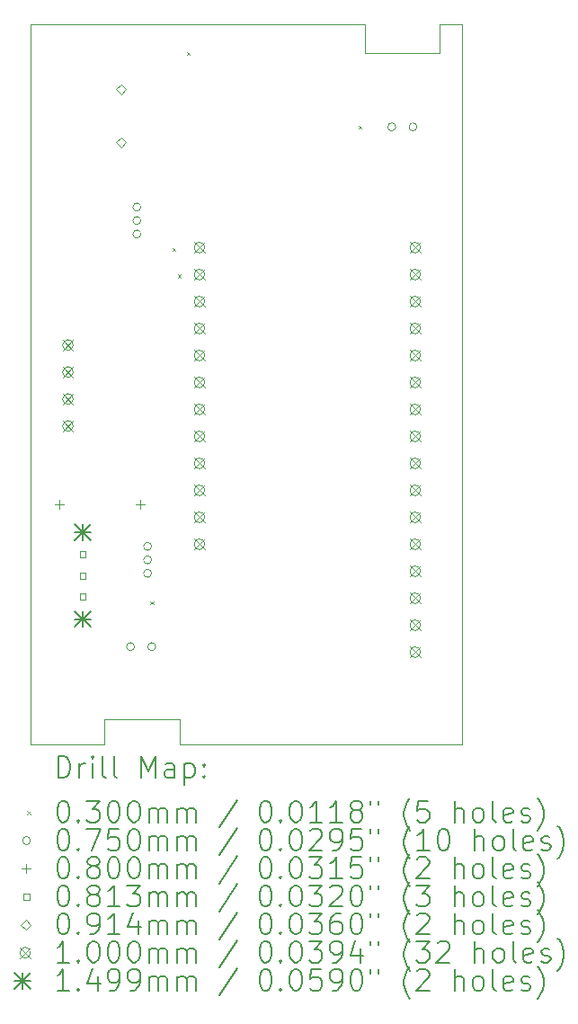
<source format=gbr>
%TF.GenerationSoftware,KiCad,Pcbnew,9.0.2*%
%TF.CreationDate,2025-06-10T17:56:35+02:00*%
%TF.ProjectId,SenseMatePCB,53656e73-654d-4617-9465-5043422e6b69,rev?*%
%TF.SameCoordinates,Original*%
%TF.FileFunction,Drillmap*%
%TF.FilePolarity,Positive*%
%FSLAX45Y45*%
G04 Gerber Fmt 4.5, Leading zero omitted, Abs format (unit mm)*
G04 Created by KiCad (PCBNEW 9.0.2) date 2025-06-10 17:56:35*
%MOMM*%
%LPD*%
G01*
G04 APERTURE LIST*
%ADD10C,0.050000*%
%ADD11C,0.200000*%
%ADD12C,0.100000*%
%ADD13C,0.149860*%
G04 APERTURE END LIST*
D10*
X11100000Y-4630000D02*
X7950000Y-4630000D01*
X12010000Y-4630000D02*
X11800000Y-4630000D01*
X11100000Y-4650000D02*
X11100000Y-4630000D01*
X11800000Y-4900000D02*
X11800000Y-4630000D01*
X11100000Y-4900000D02*
X11800000Y-4900000D01*
X11100000Y-4650000D02*
X11100000Y-4900000D01*
X7950000Y-6750000D02*
X7950000Y-7450000D01*
X7950000Y-6750000D02*
X7950000Y-4630000D01*
X7950000Y-7600000D02*
X7950000Y-7450000D01*
X7950000Y-8440000D02*
X7950000Y-7740000D01*
X7950000Y-7600000D02*
X7950000Y-7740000D01*
X9350000Y-11170000D02*
X9350000Y-11410000D01*
X8640000Y-11410000D02*
X7950000Y-11410000D01*
X8640000Y-11410000D02*
X8640000Y-11170000D01*
X7950000Y-11410000D02*
X7950000Y-8440000D01*
X9350000Y-11410000D02*
X12010000Y-11410000D01*
X12010000Y-11410000D02*
X12010000Y-4630000D01*
X8640000Y-11170000D02*
X9350000Y-11170000D01*
D11*
D12*
X9074000Y-10061000D02*
X9104000Y-10091000D01*
X9104000Y-10061000D02*
X9074000Y-10091000D01*
X9285000Y-6735000D02*
X9315000Y-6765000D01*
X9315000Y-6735000D02*
X9285000Y-6765000D01*
X9335000Y-6985000D02*
X9365000Y-7015000D01*
X9365000Y-6985000D02*
X9335000Y-7015000D01*
X9419000Y-4890000D02*
X9449000Y-4920000D01*
X9449000Y-4890000D02*
X9419000Y-4920000D01*
X11035000Y-5585000D02*
X11065000Y-5615000D01*
X11065000Y-5585000D02*
X11035000Y-5615000D01*
X8927500Y-10490000D02*
G75*
G02*
X8852500Y-10490000I-37500J0D01*
G01*
X8852500Y-10490000D02*
G75*
G02*
X8927500Y-10490000I37500J0D01*
G01*
X8987500Y-6350000D02*
G75*
G02*
X8912500Y-6350000I-37500J0D01*
G01*
X8912500Y-6350000D02*
G75*
G02*
X8987500Y-6350000I37500J0D01*
G01*
X8987500Y-6477000D02*
G75*
G02*
X8912500Y-6477000I-37500J0D01*
G01*
X8912500Y-6477000D02*
G75*
G02*
X8987500Y-6477000I37500J0D01*
G01*
X8987500Y-6604000D02*
G75*
G02*
X8912500Y-6604000I-37500J0D01*
G01*
X8912500Y-6604000D02*
G75*
G02*
X8987500Y-6604000I37500J0D01*
G01*
X9087500Y-9546000D02*
G75*
G02*
X9012500Y-9546000I-37500J0D01*
G01*
X9012500Y-9546000D02*
G75*
G02*
X9087500Y-9546000I37500J0D01*
G01*
X9087500Y-9673000D02*
G75*
G02*
X9012500Y-9673000I-37500J0D01*
G01*
X9012500Y-9673000D02*
G75*
G02*
X9087500Y-9673000I37500J0D01*
G01*
X9087500Y-9800000D02*
G75*
G02*
X9012500Y-9800000I-37500J0D01*
G01*
X9012500Y-9800000D02*
G75*
G02*
X9087500Y-9800000I37500J0D01*
G01*
X9127500Y-10490000D02*
G75*
G02*
X9052500Y-10490000I-37500J0D01*
G01*
X9052500Y-10490000D02*
G75*
G02*
X9127500Y-10490000I37500J0D01*
G01*
X11387500Y-5595000D02*
G75*
G02*
X11312500Y-5595000I-37500J0D01*
G01*
X11312500Y-5595000D02*
G75*
G02*
X11387500Y-5595000I37500J0D01*
G01*
X11587500Y-5595000D02*
G75*
G02*
X11512500Y-5595000I-37500J0D01*
G01*
X11512500Y-5595000D02*
G75*
G02*
X11587500Y-5595000I37500J0D01*
G01*
X8219000Y-9110000D02*
X8219000Y-9190000D01*
X8179000Y-9150000D02*
X8259000Y-9150000D01*
X8981000Y-9110000D02*
X8981000Y-9190000D01*
X8941000Y-9150000D02*
X9021000Y-9150000D01*
X8468737Y-9648737D02*
X8468737Y-9591263D01*
X8411263Y-9591263D01*
X8411263Y-9648737D01*
X8468737Y-9648737D01*
X8468737Y-9848737D02*
X8468737Y-9791263D01*
X8411263Y-9791263D01*
X8411263Y-9848737D01*
X8468737Y-9848737D01*
X8468737Y-10048737D02*
X8468737Y-9991263D01*
X8411263Y-9991263D01*
X8411263Y-10048737D01*
X8468737Y-10048737D01*
X8800000Y-5285720D02*
X8845720Y-5240000D01*
X8800000Y-5194280D01*
X8754280Y-5240000D01*
X8800000Y-5285720D01*
X8800000Y-5785720D02*
X8845720Y-5740000D01*
X8800000Y-5694280D01*
X8754280Y-5740000D01*
X8800000Y-5785720D01*
X8250000Y-7600000D02*
X8350000Y-7700000D01*
X8350000Y-7600000D02*
X8250000Y-7700000D01*
X8350000Y-7650000D02*
G75*
G02*
X8250000Y-7650000I-50000J0D01*
G01*
X8250000Y-7650000D02*
G75*
G02*
X8350000Y-7650000I50000J0D01*
G01*
X8250000Y-7854000D02*
X8350000Y-7954000D01*
X8350000Y-7854000D02*
X8250000Y-7954000D01*
X8350000Y-7904000D02*
G75*
G02*
X8250000Y-7904000I-50000J0D01*
G01*
X8250000Y-7904000D02*
G75*
G02*
X8350000Y-7904000I50000J0D01*
G01*
X8250000Y-8108000D02*
X8350000Y-8208000D01*
X8350000Y-8108000D02*
X8250000Y-8208000D01*
X8350000Y-8158000D02*
G75*
G02*
X8250000Y-8158000I-50000J0D01*
G01*
X8250000Y-8158000D02*
G75*
G02*
X8350000Y-8158000I50000J0D01*
G01*
X8250000Y-8362000D02*
X8350000Y-8462000D01*
X8350000Y-8362000D02*
X8250000Y-8462000D01*
X8350000Y-8412000D02*
G75*
G02*
X8250000Y-8412000I-50000J0D01*
G01*
X8250000Y-8412000D02*
G75*
G02*
X8350000Y-8412000I50000J0D01*
G01*
X9489390Y-6681700D02*
X9589390Y-6781700D01*
X9589390Y-6681700D02*
X9489390Y-6781700D01*
X9589390Y-6731700D02*
G75*
G02*
X9489390Y-6731700I-50000J0D01*
G01*
X9489390Y-6731700D02*
G75*
G02*
X9589390Y-6731700I50000J0D01*
G01*
X9489390Y-6935700D02*
X9589390Y-7035700D01*
X9589390Y-6935700D02*
X9489390Y-7035700D01*
X9589390Y-6985700D02*
G75*
G02*
X9489390Y-6985700I-50000J0D01*
G01*
X9489390Y-6985700D02*
G75*
G02*
X9589390Y-6985700I50000J0D01*
G01*
X9489390Y-7189700D02*
X9589390Y-7289700D01*
X9589390Y-7189700D02*
X9489390Y-7289700D01*
X9589390Y-7239700D02*
G75*
G02*
X9489390Y-7239700I-50000J0D01*
G01*
X9489390Y-7239700D02*
G75*
G02*
X9589390Y-7239700I50000J0D01*
G01*
X9489390Y-7443700D02*
X9589390Y-7543700D01*
X9589390Y-7443700D02*
X9489390Y-7543700D01*
X9589390Y-7493700D02*
G75*
G02*
X9489390Y-7493700I-50000J0D01*
G01*
X9489390Y-7493700D02*
G75*
G02*
X9589390Y-7493700I50000J0D01*
G01*
X9489390Y-7697700D02*
X9589390Y-7797700D01*
X9589390Y-7697700D02*
X9489390Y-7797700D01*
X9589390Y-7747700D02*
G75*
G02*
X9489390Y-7747700I-50000J0D01*
G01*
X9489390Y-7747700D02*
G75*
G02*
X9589390Y-7747700I50000J0D01*
G01*
X9489390Y-7951700D02*
X9589390Y-8051700D01*
X9589390Y-7951700D02*
X9489390Y-8051700D01*
X9589390Y-8001700D02*
G75*
G02*
X9489390Y-8001700I-50000J0D01*
G01*
X9489390Y-8001700D02*
G75*
G02*
X9589390Y-8001700I50000J0D01*
G01*
X9489390Y-8205700D02*
X9589390Y-8305700D01*
X9589390Y-8205700D02*
X9489390Y-8305700D01*
X9589390Y-8255700D02*
G75*
G02*
X9489390Y-8255700I-50000J0D01*
G01*
X9489390Y-8255700D02*
G75*
G02*
X9589390Y-8255700I50000J0D01*
G01*
X9489390Y-8459700D02*
X9589390Y-8559700D01*
X9589390Y-8459700D02*
X9489390Y-8559700D01*
X9589390Y-8509700D02*
G75*
G02*
X9489390Y-8509700I-50000J0D01*
G01*
X9489390Y-8509700D02*
G75*
G02*
X9589390Y-8509700I50000J0D01*
G01*
X9489390Y-8713700D02*
X9589390Y-8813700D01*
X9589390Y-8713700D02*
X9489390Y-8813700D01*
X9589390Y-8763700D02*
G75*
G02*
X9489390Y-8763700I-50000J0D01*
G01*
X9489390Y-8763700D02*
G75*
G02*
X9589390Y-8763700I50000J0D01*
G01*
X9489390Y-8967700D02*
X9589390Y-9067700D01*
X9589390Y-8967700D02*
X9489390Y-9067700D01*
X9589390Y-9017700D02*
G75*
G02*
X9489390Y-9017700I-50000J0D01*
G01*
X9489390Y-9017700D02*
G75*
G02*
X9589390Y-9017700I50000J0D01*
G01*
X9489390Y-9221700D02*
X9589390Y-9321700D01*
X9589390Y-9221700D02*
X9489390Y-9321700D01*
X9589390Y-9271700D02*
G75*
G02*
X9489390Y-9271700I-50000J0D01*
G01*
X9489390Y-9271700D02*
G75*
G02*
X9589390Y-9271700I50000J0D01*
G01*
X9489390Y-9475700D02*
X9589390Y-9575700D01*
X9589390Y-9475700D02*
X9489390Y-9575700D01*
X9589390Y-9525700D02*
G75*
G02*
X9489390Y-9525700I-50000J0D01*
G01*
X9489390Y-9525700D02*
G75*
G02*
X9589390Y-9525700I50000J0D01*
G01*
X11521390Y-6681700D02*
X11621390Y-6781700D01*
X11621390Y-6681700D02*
X11521390Y-6781700D01*
X11621390Y-6731700D02*
G75*
G02*
X11521390Y-6731700I-50000J0D01*
G01*
X11521390Y-6731700D02*
G75*
G02*
X11621390Y-6731700I50000J0D01*
G01*
X11521390Y-6935700D02*
X11621390Y-7035700D01*
X11621390Y-6935700D02*
X11521390Y-7035700D01*
X11621390Y-6985700D02*
G75*
G02*
X11521390Y-6985700I-50000J0D01*
G01*
X11521390Y-6985700D02*
G75*
G02*
X11621390Y-6985700I50000J0D01*
G01*
X11521390Y-7189700D02*
X11621390Y-7289700D01*
X11621390Y-7189700D02*
X11521390Y-7289700D01*
X11621390Y-7239700D02*
G75*
G02*
X11521390Y-7239700I-50000J0D01*
G01*
X11521390Y-7239700D02*
G75*
G02*
X11621390Y-7239700I50000J0D01*
G01*
X11521390Y-7443700D02*
X11621390Y-7543700D01*
X11621390Y-7443700D02*
X11521390Y-7543700D01*
X11621390Y-7493700D02*
G75*
G02*
X11521390Y-7493700I-50000J0D01*
G01*
X11521390Y-7493700D02*
G75*
G02*
X11621390Y-7493700I50000J0D01*
G01*
X11521390Y-7697700D02*
X11621390Y-7797700D01*
X11621390Y-7697700D02*
X11521390Y-7797700D01*
X11621390Y-7747700D02*
G75*
G02*
X11521390Y-7747700I-50000J0D01*
G01*
X11521390Y-7747700D02*
G75*
G02*
X11621390Y-7747700I50000J0D01*
G01*
X11521390Y-7951700D02*
X11621390Y-8051700D01*
X11621390Y-7951700D02*
X11521390Y-8051700D01*
X11621390Y-8001700D02*
G75*
G02*
X11521390Y-8001700I-50000J0D01*
G01*
X11521390Y-8001700D02*
G75*
G02*
X11621390Y-8001700I50000J0D01*
G01*
X11521390Y-8205700D02*
X11621390Y-8305700D01*
X11621390Y-8205700D02*
X11521390Y-8305700D01*
X11621390Y-8255700D02*
G75*
G02*
X11521390Y-8255700I-50000J0D01*
G01*
X11521390Y-8255700D02*
G75*
G02*
X11621390Y-8255700I50000J0D01*
G01*
X11521390Y-8459700D02*
X11621390Y-8559700D01*
X11621390Y-8459700D02*
X11521390Y-8559700D01*
X11621390Y-8509700D02*
G75*
G02*
X11521390Y-8509700I-50000J0D01*
G01*
X11521390Y-8509700D02*
G75*
G02*
X11621390Y-8509700I50000J0D01*
G01*
X11521390Y-8713700D02*
X11621390Y-8813700D01*
X11621390Y-8713700D02*
X11521390Y-8813700D01*
X11621390Y-8763700D02*
G75*
G02*
X11521390Y-8763700I-50000J0D01*
G01*
X11521390Y-8763700D02*
G75*
G02*
X11621390Y-8763700I50000J0D01*
G01*
X11521390Y-8967700D02*
X11621390Y-9067700D01*
X11621390Y-8967700D02*
X11521390Y-9067700D01*
X11621390Y-9017700D02*
G75*
G02*
X11521390Y-9017700I-50000J0D01*
G01*
X11521390Y-9017700D02*
G75*
G02*
X11621390Y-9017700I50000J0D01*
G01*
X11521390Y-9221700D02*
X11621390Y-9321700D01*
X11621390Y-9221700D02*
X11521390Y-9321700D01*
X11621390Y-9271700D02*
G75*
G02*
X11521390Y-9271700I-50000J0D01*
G01*
X11521390Y-9271700D02*
G75*
G02*
X11621390Y-9271700I50000J0D01*
G01*
X11521390Y-9475700D02*
X11621390Y-9575700D01*
X11621390Y-9475700D02*
X11521390Y-9575700D01*
X11621390Y-9525700D02*
G75*
G02*
X11521390Y-9525700I-50000J0D01*
G01*
X11521390Y-9525700D02*
G75*
G02*
X11621390Y-9525700I50000J0D01*
G01*
X11521390Y-9729700D02*
X11621390Y-9829700D01*
X11621390Y-9729700D02*
X11521390Y-9829700D01*
X11621390Y-9779700D02*
G75*
G02*
X11521390Y-9779700I-50000J0D01*
G01*
X11521390Y-9779700D02*
G75*
G02*
X11621390Y-9779700I50000J0D01*
G01*
X11521390Y-9983700D02*
X11621390Y-10083700D01*
X11621390Y-9983700D02*
X11521390Y-10083700D01*
X11621390Y-10033700D02*
G75*
G02*
X11521390Y-10033700I-50000J0D01*
G01*
X11521390Y-10033700D02*
G75*
G02*
X11621390Y-10033700I50000J0D01*
G01*
X11521390Y-10237700D02*
X11621390Y-10337700D01*
X11621390Y-10237700D02*
X11521390Y-10337700D01*
X11621390Y-10287700D02*
G75*
G02*
X11521390Y-10287700I-50000J0D01*
G01*
X11521390Y-10287700D02*
G75*
G02*
X11621390Y-10287700I50000J0D01*
G01*
X11521390Y-10491700D02*
X11621390Y-10591700D01*
X11621390Y-10491700D02*
X11521390Y-10591700D01*
X11621390Y-10541700D02*
G75*
G02*
X11521390Y-10541700I-50000J0D01*
G01*
X11521390Y-10541700D02*
G75*
G02*
X11621390Y-10541700I50000J0D01*
G01*
D13*
X8365070Y-9335070D02*
X8514930Y-9484930D01*
X8514930Y-9335070D02*
X8365070Y-9484930D01*
X8440000Y-9335070D02*
X8440000Y-9484930D01*
X8365070Y-9410000D02*
X8514930Y-9410000D01*
X8365070Y-10155070D02*
X8514930Y-10304930D01*
X8514930Y-10155070D02*
X8365070Y-10304930D01*
X8440000Y-10155070D02*
X8440000Y-10304930D01*
X8365070Y-10230000D02*
X8514930Y-10230000D01*
D11*
X8208277Y-11723984D02*
X8208277Y-11523984D01*
X8208277Y-11523984D02*
X8255896Y-11523984D01*
X8255896Y-11523984D02*
X8284467Y-11533508D01*
X8284467Y-11533508D02*
X8303515Y-11552555D01*
X8303515Y-11552555D02*
X8313039Y-11571603D01*
X8313039Y-11571603D02*
X8322562Y-11609698D01*
X8322562Y-11609698D02*
X8322562Y-11638269D01*
X8322562Y-11638269D02*
X8313039Y-11676365D01*
X8313039Y-11676365D02*
X8303515Y-11695412D01*
X8303515Y-11695412D02*
X8284467Y-11714460D01*
X8284467Y-11714460D02*
X8255896Y-11723984D01*
X8255896Y-11723984D02*
X8208277Y-11723984D01*
X8408277Y-11723984D02*
X8408277Y-11590650D01*
X8408277Y-11628746D02*
X8417801Y-11609698D01*
X8417801Y-11609698D02*
X8427324Y-11600174D01*
X8427324Y-11600174D02*
X8446372Y-11590650D01*
X8446372Y-11590650D02*
X8465420Y-11590650D01*
X8532086Y-11723984D02*
X8532086Y-11590650D01*
X8532086Y-11523984D02*
X8522563Y-11533508D01*
X8522563Y-11533508D02*
X8532086Y-11543031D01*
X8532086Y-11543031D02*
X8541610Y-11533508D01*
X8541610Y-11533508D02*
X8532086Y-11523984D01*
X8532086Y-11523984D02*
X8532086Y-11543031D01*
X8655896Y-11723984D02*
X8636848Y-11714460D01*
X8636848Y-11714460D02*
X8627324Y-11695412D01*
X8627324Y-11695412D02*
X8627324Y-11523984D01*
X8760658Y-11723984D02*
X8741610Y-11714460D01*
X8741610Y-11714460D02*
X8732086Y-11695412D01*
X8732086Y-11695412D02*
X8732086Y-11523984D01*
X8989229Y-11723984D02*
X8989229Y-11523984D01*
X8989229Y-11523984D02*
X9055896Y-11666841D01*
X9055896Y-11666841D02*
X9122563Y-11523984D01*
X9122563Y-11523984D02*
X9122563Y-11723984D01*
X9303515Y-11723984D02*
X9303515Y-11619222D01*
X9303515Y-11619222D02*
X9293991Y-11600174D01*
X9293991Y-11600174D02*
X9274944Y-11590650D01*
X9274944Y-11590650D02*
X9236848Y-11590650D01*
X9236848Y-11590650D02*
X9217801Y-11600174D01*
X9303515Y-11714460D02*
X9284467Y-11723984D01*
X9284467Y-11723984D02*
X9236848Y-11723984D01*
X9236848Y-11723984D02*
X9217801Y-11714460D01*
X9217801Y-11714460D02*
X9208277Y-11695412D01*
X9208277Y-11695412D02*
X9208277Y-11676365D01*
X9208277Y-11676365D02*
X9217801Y-11657317D01*
X9217801Y-11657317D02*
X9236848Y-11647793D01*
X9236848Y-11647793D02*
X9284467Y-11647793D01*
X9284467Y-11647793D02*
X9303515Y-11638269D01*
X9398753Y-11590650D02*
X9398753Y-11790650D01*
X9398753Y-11600174D02*
X9417801Y-11590650D01*
X9417801Y-11590650D02*
X9455896Y-11590650D01*
X9455896Y-11590650D02*
X9474944Y-11600174D01*
X9474944Y-11600174D02*
X9484467Y-11609698D01*
X9484467Y-11609698D02*
X9493991Y-11628746D01*
X9493991Y-11628746D02*
X9493991Y-11685888D01*
X9493991Y-11685888D02*
X9484467Y-11704936D01*
X9484467Y-11704936D02*
X9474944Y-11714460D01*
X9474944Y-11714460D02*
X9455896Y-11723984D01*
X9455896Y-11723984D02*
X9417801Y-11723984D01*
X9417801Y-11723984D02*
X9398753Y-11714460D01*
X9579705Y-11704936D02*
X9589229Y-11714460D01*
X9589229Y-11714460D02*
X9579705Y-11723984D01*
X9579705Y-11723984D02*
X9570182Y-11714460D01*
X9570182Y-11714460D02*
X9579705Y-11704936D01*
X9579705Y-11704936D02*
X9579705Y-11723984D01*
X9579705Y-11600174D02*
X9589229Y-11609698D01*
X9589229Y-11609698D02*
X9579705Y-11619222D01*
X9579705Y-11619222D02*
X9570182Y-11609698D01*
X9570182Y-11609698D02*
X9579705Y-11600174D01*
X9579705Y-11600174D02*
X9579705Y-11619222D01*
D12*
X7917500Y-12037500D02*
X7947500Y-12067500D01*
X7947500Y-12037500D02*
X7917500Y-12067500D01*
D11*
X8246372Y-11943984D02*
X8265420Y-11943984D01*
X8265420Y-11943984D02*
X8284467Y-11953508D01*
X8284467Y-11953508D02*
X8293991Y-11963031D01*
X8293991Y-11963031D02*
X8303515Y-11982079D01*
X8303515Y-11982079D02*
X8313039Y-12020174D01*
X8313039Y-12020174D02*
X8313039Y-12067793D01*
X8313039Y-12067793D02*
X8303515Y-12105888D01*
X8303515Y-12105888D02*
X8293991Y-12124936D01*
X8293991Y-12124936D02*
X8284467Y-12134460D01*
X8284467Y-12134460D02*
X8265420Y-12143984D01*
X8265420Y-12143984D02*
X8246372Y-12143984D01*
X8246372Y-12143984D02*
X8227324Y-12134460D01*
X8227324Y-12134460D02*
X8217801Y-12124936D01*
X8217801Y-12124936D02*
X8208277Y-12105888D01*
X8208277Y-12105888D02*
X8198753Y-12067793D01*
X8198753Y-12067793D02*
X8198753Y-12020174D01*
X8198753Y-12020174D02*
X8208277Y-11982079D01*
X8208277Y-11982079D02*
X8217801Y-11963031D01*
X8217801Y-11963031D02*
X8227324Y-11953508D01*
X8227324Y-11953508D02*
X8246372Y-11943984D01*
X8398753Y-12124936D02*
X8408277Y-12134460D01*
X8408277Y-12134460D02*
X8398753Y-12143984D01*
X8398753Y-12143984D02*
X8389229Y-12134460D01*
X8389229Y-12134460D02*
X8398753Y-12124936D01*
X8398753Y-12124936D02*
X8398753Y-12143984D01*
X8474944Y-11943984D02*
X8598753Y-11943984D01*
X8598753Y-11943984D02*
X8532086Y-12020174D01*
X8532086Y-12020174D02*
X8560658Y-12020174D01*
X8560658Y-12020174D02*
X8579705Y-12029698D01*
X8579705Y-12029698D02*
X8589229Y-12039222D01*
X8589229Y-12039222D02*
X8598753Y-12058269D01*
X8598753Y-12058269D02*
X8598753Y-12105888D01*
X8598753Y-12105888D02*
X8589229Y-12124936D01*
X8589229Y-12124936D02*
X8579705Y-12134460D01*
X8579705Y-12134460D02*
X8560658Y-12143984D01*
X8560658Y-12143984D02*
X8503515Y-12143984D01*
X8503515Y-12143984D02*
X8484467Y-12134460D01*
X8484467Y-12134460D02*
X8474944Y-12124936D01*
X8722563Y-11943984D02*
X8741610Y-11943984D01*
X8741610Y-11943984D02*
X8760658Y-11953508D01*
X8760658Y-11953508D02*
X8770182Y-11963031D01*
X8770182Y-11963031D02*
X8779705Y-11982079D01*
X8779705Y-11982079D02*
X8789229Y-12020174D01*
X8789229Y-12020174D02*
X8789229Y-12067793D01*
X8789229Y-12067793D02*
X8779705Y-12105888D01*
X8779705Y-12105888D02*
X8770182Y-12124936D01*
X8770182Y-12124936D02*
X8760658Y-12134460D01*
X8760658Y-12134460D02*
X8741610Y-12143984D01*
X8741610Y-12143984D02*
X8722563Y-12143984D01*
X8722563Y-12143984D02*
X8703515Y-12134460D01*
X8703515Y-12134460D02*
X8693991Y-12124936D01*
X8693991Y-12124936D02*
X8684467Y-12105888D01*
X8684467Y-12105888D02*
X8674944Y-12067793D01*
X8674944Y-12067793D02*
X8674944Y-12020174D01*
X8674944Y-12020174D02*
X8684467Y-11982079D01*
X8684467Y-11982079D02*
X8693991Y-11963031D01*
X8693991Y-11963031D02*
X8703515Y-11953508D01*
X8703515Y-11953508D02*
X8722563Y-11943984D01*
X8913039Y-11943984D02*
X8932086Y-11943984D01*
X8932086Y-11943984D02*
X8951134Y-11953508D01*
X8951134Y-11953508D02*
X8960658Y-11963031D01*
X8960658Y-11963031D02*
X8970182Y-11982079D01*
X8970182Y-11982079D02*
X8979705Y-12020174D01*
X8979705Y-12020174D02*
X8979705Y-12067793D01*
X8979705Y-12067793D02*
X8970182Y-12105888D01*
X8970182Y-12105888D02*
X8960658Y-12124936D01*
X8960658Y-12124936D02*
X8951134Y-12134460D01*
X8951134Y-12134460D02*
X8932086Y-12143984D01*
X8932086Y-12143984D02*
X8913039Y-12143984D01*
X8913039Y-12143984D02*
X8893991Y-12134460D01*
X8893991Y-12134460D02*
X8884467Y-12124936D01*
X8884467Y-12124936D02*
X8874944Y-12105888D01*
X8874944Y-12105888D02*
X8865420Y-12067793D01*
X8865420Y-12067793D02*
X8865420Y-12020174D01*
X8865420Y-12020174D02*
X8874944Y-11982079D01*
X8874944Y-11982079D02*
X8884467Y-11963031D01*
X8884467Y-11963031D02*
X8893991Y-11953508D01*
X8893991Y-11953508D02*
X8913039Y-11943984D01*
X9065420Y-12143984D02*
X9065420Y-12010650D01*
X9065420Y-12029698D02*
X9074944Y-12020174D01*
X9074944Y-12020174D02*
X9093991Y-12010650D01*
X9093991Y-12010650D02*
X9122563Y-12010650D01*
X9122563Y-12010650D02*
X9141610Y-12020174D01*
X9141610Y-12020174D02*
X9151134Y-12039222D01*
X9151134Y-12039222D02*
X9151134Y-12143984D01*
X9151134Y-12039222D02*
X9160658Y-12020174D01*
X9160658Y-12020174D02*
X9179705Y-12010650D01*
X9179705Y-12010650D02*
X9208277Y-12010650D01*
X9208277Y-12010650D02*
X9227325Y-12020174D01*
X9227325Y-12020174D02*
X9236848Y-12039222D01*
X9236848Y-12039222D02*
X9236848Y-12143984D01*
X9332086Y-12143984D02*
X9332086Y-12010650D01*
X9332086Y-12029698D02*
X9341610Y-12020174D01*
X9341610Y-12020174D02*
X9360658Y-12010650D01*
X9360658Y-12010650D02*
X9389229Y-12010650D01*
X9389229Y-12010650D02*
X9408277Y-12020174D01*
X9408277Y-12020174D02*
X9417801Y-12039222D01*
X9417801Y-12039222D02*
X9417801Y-12143984D01*
X9417801Y-12039222D02*
X9427325Y-12020174D01*
X9427325Y-12020174D02*
X9446372Y-12010650D01*
X9446372Y-12010650D02*
X9474944Y-12010650D01*
X9474944Y-12010650D02*
X9493991Y-12020174D01*
X9493991Y-12020174D02*
X9503515Y-12039222D01*
X9503515Y-12039222D02*
X9503515Y-12143984D01*
X9893991Y-11934460D02*
X9722563Y-12191603D01*
X10151134Y-11943984D02*
X10170182Y-11943984D01*
X10170182Y-11943984D02*
X10189229Y-11953508D01*
X10189229Y-11953508D02*
X10198753Y-11963031D01*
X10198753Y-11963031D02*
X10208277Y-11982079D01*
X10208277Y-11982079D02*
X10217801Y-12020174D01*
X10217801Y-12020174D02*
X10217801Y-12067793D01*
X10217801Y-12067793D02*
X10208277Y-12105888D01*
X10208277Y-12105888D02*
X10198753Y-12124936D01*
X10198753Y-12124936D02*
X10189229Y-12134460D01*
X10189229Y-12134460D02*
X10170182Y-12143984D01*
X10170182Y-12143984D02*
X10151134Y-12143984D01*
X10151134Y-12143984D02*
X10132087Y-12134460D01*
X10132087Y-12134460D02*
X10122563Y-12124936D01*
X10122563Y-12124936D02*
X10113039Y-12105888D01*
X10113039Y-12105888D02*
X10103515Y-12067793D01*
X10103515Y-12067793D02*
X10103515Y-12020174D01*
X10103515Y-12020174D02*
X10113039Y-11982079D01*
X10113039Y-11982079D02*
X10122563Y-11963031D01*
X10122563Y-11963031D02*
X10132087Y-11953508D01*
X10132087Y-11953508D02*
X10151134Y-11943984D01*
X10303515Y-12124936D02*
X10313039Y-12134460D01*
X10313039Y-12134460D02*
X10303515Y-12143984D01*
X10303515Y-12143984D02*
X10293991Y-12134460D01*
X10293991Y-12134460D02*
X10303515Y-12124936D01*
X10303515Y-12124936D02*
X10303515Y-12143984D01*
X10436848Y-11943984D02*
X10455896Y-11943984D01*
X10455896Y-11943984D02*
X10474944Y-11953508D01*
X10474944Y-11953508D02*
X10484468Y-11963031D01*
X10484468Y-11963031D02*
X10493991Y-11982079D01*
X10493991Y-11982079D02*
X10503515Y-12020174D01*
X10503515Y-12020174D02*
X10503515Y-12067793D01*
X10503515Y-12067793D02*
X10493991Y-12105888D01*
X10493991Y-12105888D02*
X10484468Y-12124936D01*
X10484468Y-12124936D02*
X10474944Y-12134460D01*
X10474944Y-12134460D02*
X10455896Y-12143984D01*
X10455896Y-12143984D02*
X10436848Y-12143984D01*
X10436848Y-12143984D02*
X10417801Y-12134460D01*
X10417801Y-12134460D02*
X10408277Y-12124936D01*
X10408277Y-12124936D02*
X10398753Y-12105888D01*
X10398753Y-12105888D02*
X10389229Y-12067793D01*
X10389229Y-12067793D02*
X10389229Y-12020174D01*
X10389229Y-12020174D02*
X10398753Y-11982079D01*
X10398753Y-11982079D02*
X10408277Y-11963031D01*
X10408277Y-11963031D02*
X10417801Y-11953508D01*
X10417801Y-11953508D02*
X10436848Y-11943984D01*
X10693991Y-12143984D02*
X10579706Y-12143984D01*
X10636848Y-12143984D02*
X10636848Y-11943984D01*
X10636848Y-11943984D02*
X10617801Y-11972555D01*
X10617801Y-11972555D02*
X10598753Y-11991603D01*
X10598753Y-11991603D02*
X10579706Y-12001127D01*
X10884468Y-12143984D02*
X10770182Y-12143984D01*
X10827325Y-12143984D02*
X10827325Y-11943984D01*
X10827325Y-11943984D02*
X10808277Y-11972555D01*
X10808277Y-11972555D02*
X10789229Y-11991603D01*
X10789229Y-11991603D02*
X10770182Y-12001127D01*
X10998753Y-12029698D02*
X10979706Y-12020174D01*
X10979706Y-12020174D02*
X10970182Y-12010650D01*
X10970182Y-12010650D02*
X10960658Y-11991603D01*
X10960658Y-11991603D02*
X10960658Y-11982079D01*
X10960658Y-11982079D02*
X10970182Y-11963031D01*
X10970182Y-11963031D02*
X10979706Y-11953508D01*
X10979706Y-11953508D02*
X10998753Y-11943984D01*
X10998753Y-11943984D02*
X11036849Y-11943984D01*
X11036849Y-11943984D02*
X11055896Y-11953508D01*
X11055896Y-11953508D02*
X11065420Y-11963031D01*
X11065420Y-11963031D02*
X11074944Y-11982079D01*
X11074944Y-11982079D02*
X11074944Y-11991603D01*
X11074944Y-11991603D02*
X11065420Y-12010650D01*
X11065420Y-12010650D02*
X11055896Y-12020174D01*
X11055896Y-12020174D02*
X11036849Y-12029698D01*
X11036849Y-12029698D02*
X10998753Y-12029698D01*
X10998753Y-12029698D02*
X10979706Y-12039222D01*
X10979706Y-12039222D02*
X10970182Y-12048746D01*
X10970182Y-12048746D02*
X10960658Y-12067793D01*
X10960658Y-12067793D02*
X10960658Y-12105888D01*
X10960658Y-12105888D02*
X10970182Y-12124936D01*
X10970182Y-12124936D02*
X10979706Y-12134460D01*
X10979706Y-12134460D02*
X10998753Y-12143984D01*
X10998753Y-12143984D02*
X11036849Y-12143984D01*
X11036849Y-12143984D02*
X11055896Y-12134460D01*
X11055896Y-12134460D02*
X11065420Y-12124936D01*
X11065420Y-12124936D02*
X11074944Y-12105888D01*
X11074944Y-12105888D02*
X11074944Y-12067793D01*
X11074944Y-12067793D02*
X11065420Y-12048746D01*
X11065420Y-12048746D02*
X11055896Y-12039222D01*
X11055896Y-12039222D02*
X11036849Y-12029698D01*
X11151134Y-11943984D02*
X11151134Y-11982079D01*
X11227325Y-11943984D02*
X11227325Y-11982079D01*
X11522563Y-12220174D02*
X11513039Y-12210650D01*
X11513039Y-12210650D02*
X11493991Y-12182079D01*
X11493991Y-12182079D02*
X11484468Y-12163031D01*
X11484468Y-12163031D02*
X11474944Y-12134460D01*
X11474944Y-12134460D02*
X11465420Y-12086841D01*
X11465420Y-12086841D02*
X11465420Y-12048746D01*
X11465420Y-12048746D02*
X11474944Y-12001127D01*
X11474944Y-12001127D02*
X11484468Y-11972555D01*
X11484468Y-11972555D02*
X11493991Y-11953508D01*
X11493991Y-11953508D02*
X11513039Y-11924936D01*
X11513039Y-11924936D02*
X11522563Y-11915412D01*
X11693991Y-11943984D02*
X11598753Y-11943984D01*
X11598753Y-11943984D02*
X11589229Y-12039222D01*
X11589229Y-12039222D02*
X11598753Y-12029698D01*
X11598753Y-12029698D02*
X11617801Y-12020174D01*
X11617801Y-12020174D02*
X11665420Y-12020174D01*
X11665420Y-12020174D02*
X11684468Y-12029698D01*
X11684468Y-12029698D02*
X11693991Y-12039222D01*
X11693991Y-12039222D02*
X11703515Y-12058269D01*
X11703515Y-12058269D02*
X11703515Y-12105888D01*
X11703515Y-12105888D02*
X11693991Y-12124936D01*
X11693991Y-12124936D02*
X11684468Y-12134460D01*
X11684468Y-12134460D02*
X11665420Y-12143984D01*
X11665420Y-12143984D02*
X11617801Y-12143984D01*
X11617801Y-12143984D02*
X11598753Y-12134460D01*
X11598753Y-12134460D02*
X11589229Y-12124936D01*
X11941610Y-12143984D02*
X11941610Y-11943984D01*
X12027325Y-12143984D02*
X12027325Y-12039222D01*
X12027325Y-12039222D02*
X12017801Y-12020174D01*
X12017801Y-12020174D02*
X11998753Y-12010650D01*
X11998753Y-12010650D02*
X11970182Y-12010650D01*
X11970182Y-12010650D02*
X11951134Y-12020174D01*
X11951134Y-12020174D02*
X11941610Y-12029698D01*
X12151134Y-12143984D02*
X12132087Y-12134460D01*
X12132087Y-12134460D02*
X12122563Y-12124936D01*
X12122563Y-12124936D02*
X12113039Y-12105888D01*
X12113039Y-12105888D02*
X12113039Y-12048746D01*
X12113039Y-12048746D02*
X12122563Y-12029698D01*
X12122563Y-12029698D02*
X12132087Y-12020174D01*
X12132087Y-12020174D02*
X12151134Y-12010650D01*
X12151134Y-12010650D02*
X12179706Y-12010650D01*
X12179706Y-12010650D02*
X12198753Y-12020174D01*
X12198753Y-12020174D02*
X12208277Y-12029698D01*
X12208277Y-12029698D02*
X12217801Y-12048746D01*
X12217801Y-12048746D02*
X12217801Y-12105888D01*
X12217801Y-12105888D02*
X12208277Y-12124936D01*
X12208277Y-12124936D02*
X12198753Y-12134460D01*
X12198753Y-12134460D02*
X12179706Y-12143984D01*
X12179706Y-12143984D02*
X12151134Y-12143984D01*
X12332087Y-12143984D02*
X12313039Y-12134460D01*
X12313039Y-12134460D02*
X12303515Y-12115412D01*
X12303515Y-12115412D02*
X12303515Y-11943984D01*
X12484468Y-12134460D02*
X12465420Y-12143984D01*
X12465420Y-12143984D02*
X12427325Y-12143984D01*
X12427325Y-12143984D02*
X12408277Y-12134460D01*
X12408277Y-12134460D02*
X12398753Y-12115412D01*
X12398753Y-12115412D02*
X12398753Y-12039222D01*
X12398753Y-12039222D02*
X12408277Y-12020174D01*
X12408277Y-12020174D02*
X12427325Y-12010650D01*
X12427325Y-12010650D02*
X12465420Y-12010650D01*
X12465420Y-12010650D02*
X12484468Y-12020174D01*
X12484468Y-12020174D02*
X12493991Y-12039222D01*
X12493991Y-12039222D02*
X12493991Y-12058269D01*
X12493991Y-12058269D02*
X12398753Y-12077317D01*
X12570182Y-12134460D02*
X12589230Y-12143984D01*
X12589230Y-12143984D02*
X12627325Y-12143984D01*
X12627325Y-12143984D02*
X12646372Y-12134460D01*
X12646372Y-12134460D02*
X12655896Y-12115412D01*
X12655896Y-12115412D02*
X12655896Y-12105888D01*
X12655896Y-12105888D02*
X12646372Y-12086841D01*
X12646372Y-12086841D02*
X12627325Y-12077317D01*
X12627325Y-12077317D02*
X12598753Y-12077317D01*
X12598753Y-12077317D02*
X12579706Y-12067793D01*
X12579706Y-12067793D02*
X12570182Y-12048746D01*
X12570182Y-12048746D02*
X12570182Y-12039222D01*
X12570182Y-12039222D02*
X12579706Y-12020174D01*
X12579706Y-12020174D02*
X12598753Y-12010650D01*
X12598753Y-12010650D02*
X12627325Y-12010650D01*
X12627325Y-12010650D02*
X12646372Y-12020174D01*
X12722563Y-12220174D02*
X12732087Y-12210650D01*
X12732087Y-12210650D02*
X12751134Y-12182079D01*
X12751134Y-12182079D02*
X12760658Y-12163031D01*
X12760658Y-12163031D02*
X12770182Y-12134460D01*
X12770182Y-12134460D02*
X12779706Y-12086841D01*
X12779706Y-12086841D02*
X12779706Y-12048746D01*
X12779706Y-12048746D02*
X12770182Y-12001127D01*
X12770182Y-12001127D02*
X12760658Y-11972555D01*
X12760658Y-11972555D02*
X12751134Y-11953508D01*
X12751134Y-11953508D02*
X12732087Y-11924936D01*
X12732087Y-11924936D02*
X12722563Y-11915412D01*
D12*
X7947500Y-12316500D02*
G75*
G02*
X7872500Y-12316500I-37500J0D01*
G01*
X7872500Y-12316500D02*
G75*
G02*
X7947500Y-12316500I37500J0D01*
G01*
D11*
X8246372Y-12207984D02*
X8265420Y-12207984D01*
X8265420Y-12207984D02*
X8284467Y-12217508D01*
X8284467Y-12217508D02*
X8293991Y-12227031D01*
X8293991Y-12227031D02*
X8303515Y-12246079D01*
X8303515Y-12246079D02*
X8313039Y-12284174D01*
X8313039Y-12284174D02*
X8313039Y-12331793D01*
X8313039Y-12331793D02*
X8303515Y-12369888D01*
X8303515Y-12369888D02*
X8293991Y-12388936D01*
X8293991Y-12388936D02*
X8284467Y-12398460D01*
X8284467Y-12398460D02*
X8265420Y-12407984D01*
X8265420Y-12407984D02*
X8246372Y-12407984D01*
X8246372Y-12407984D02*
X8227324Y-12398460D01*
X8227324Y-12398460D02*
X8217801Y-12388936D01*
X8217801Y-12388936D02*
X8208277Y-12369888D01*
X8208277Y-12369888D02*
X8198753Y-12331793D01*
X8198753Y-12331793D02*
X8198753Y-12284174D01*
X8198753Y-12284174D02*
X8208277Y-12246079D01*
X8208277Y-12246079D02*
X8217801Y-12227031D01*
X8217801Y-12227031D02*
X8227324Y-12217508D01*
X8227324Y-12217508D02*
X8246372Y-12207984D01*
X8398753Y-12388936D02*
X8408277Y-12398460D01*
X8408277Y-12398460D02*
X8398753Y-12407984D01*
X8398753Y-12407984D02*
X8389229Y-12398460D01*
X8389229Y-12398460D02*
X8398753Y-12388936D01*
X8398753Y-12388936D02*
X8398753Y-12407984D01*
X8474944Y-12207984D02*
X8608277Y-12207984D01*
X8608277Y-12207984D02*
X8522563Y-12407984D01*
X8779705Y-12207984D02*
X8684467Y-12207984D01*
X8684467Y-12207984D02*
X8674944Y-12303222D01*
X8674944Y-12303222D02*
X8684467Y-12293698D01*
X8684467Y-12293698D02*
X8703515Y-12284174D01*
X8703515Y-12284174D02*
X8751134Y-12284174D01*
X8751134Y-12284174D02*
X8770182Y-12293698D01*
X8770182Y-12293698D02*
X8779705Y-12303222D01*
X8779705Y-12303222D02*
X8789229Y-12322269D01*
X8789229Y-12322269D02*
X8789229Y-12369888D01*
X8789229Y-12369888D02*
X8779705Y-12388936D01*
X8779705Y-12388936D02*
X8770182Y-12398460D01*
X8770182Y-12398460D02*
X8751134Y-12407984D01*
X8751134Y-12407984D02*
X8703515Y-12407984D01*
X8703515Y-12407984D02*
X8684467Y-12398460D01*
X8684467Y-12398460D02*
X8674944Y-12388936D01*
X8913039Y-12207984D02*
X8932086Y-12207984D01*
X8932086Y-12207984D02*
X8951134Y-12217508D01*
X8951134Y-12217508D02*
X8960658Y-12227031D01*
X8960658Y-12227031D02*
X8970182Y-12246079D01*
X8970182Y-12246079D02*
X8979705Y-12284174D01*
X8979705Y-12284174D02*
X8979705Y-12331793D01*
X8979705Y-12331793D02*
X8970182Y-12369888D01*
X8970182Y-12369888D02*
X8960658Y-12388936D01*
X8960658Y-12388936D02*
X8951134Y-12398460D01*
X8951134Y-12398460D02*
X8932086Y-12407984D01*
X8932086Y-12407984D02*
X8913039Y-12407984D01*
X8913039Y-12407984D02*
X8893991Y-12398460D01*
X8893991Y-12398460D02*
X8884467Y-12388936D01*
X8884467Y-12388936D02*
X8874944Y-12369888D01*
X8874944Y-12369888D02*
X8865420Y-12331793D01*
X8865420Y-12331793D02*
X8865420Y-12284174D01*
X8865420Y-12284174D02*
X8874944Y-12246079D01*
X8874944Y-12246079D02*
X8884467Y-12227031D01*
X8884467Y-12227031D02*
X8893991Y-12217508D01*
X8893991Y-12217508D02*
X8913039Y-12207984D01*
X9065420Y-12407984D02*
X9065420Y-12274650D01*
X9065420Y-12293698D02*
X9074944Y-12284174D01*
X9074944Y-12284174D02*
X9093991Y-12274650D01*
X9093991Y-12274650D02*
X9122563Y-12274650D01*
X9122563Y-12274650D02*
X9141610Y-12284174D01*
X9141610Y-12284174D02*
X9151134Y-12303222D01*
X9151134Y-12303222D02*
X9151134Y-12407984D01*
X9151134Y-12303222D02*
X9160658Y-12284174D01*
X9160658Y-12284174D02*
X9179705Y-12274650D01*
X9179705Y-12274650D02*
X9208277Y-12274650D01*
X9208277Y-12274650D02*
X9227325Y-12284174D01*
X9227325Y-12284174D02*
X9236848Y-12303222D01*
X9236848Y-12303222D02*
X9236848Y-12407984D01*
X9332086Y-12407984D02*
X9332086Y-12274650D01*
X9332086Y-12293698D02*
X9341610Y-12284174D01*
X9341610Y-12284174D02*
X9360658Y-12274650D01*
X9360658Y-12274650D02*
X9389229Y-12274650D01*
X9389229Y-12274650D02*
X9408277Y-12284174D01*
X9408277Y-12284174D02*
X9417801Y-12303222D01*
X9417801Y-12303222D02*
X9417801Y-12407984D01*
X9417801Y-12303222D02*
X9427325Y-12284174D01*
X9427325Y-12284174D02*
X9446372Y-12274650D01*
X9446372Y-12274650D02*
X9474944Y-12274650D01*
X9474944Y-12274650D02*
X9493991Y-12284174D01*
X9493991Y-12284174D02*
X9503515Y-12303222D01*
X9503515Y-12303222D02*
X9503515Y-12407984D01*
X9893991Y-12198460D02*
X9722563Y-12455603D01*
X10151134Y-12207984D02*
X10170182Y-12207984D01*
X10170182Y-12207984D02*
X10189229Y-12217508D01*
X10189229Y-12217508D02*
X10198753Y-12227031D01*
X10198753Y-12227031D02*
X10208277Y-12246079D01*
X10208277Y-12246079D02*
X10217801Y-12284174D01*
X10217801Y-12284174D02*
X10217801Y-12331793D01*
X10217801Y-12331793D02*
X10208277Y-12369888D01*
X10208277Y-12369888D02*
X10198753Y-12388936D01*
X10198753Y-12388936D02*
X10189229Y-12398460D01*
X10189229Y-12398460D02*
X10170182Y-12407984D01*
X10170182Y-12407984D02*
X10151134Y-12407984D01*
X10151134Y-12407984D02*
X10132087Y-12398460D01*
X10132087Y-12398460D02*
X10122563Y-12388936D01*
X10122563Y-12388936D02*
X10113039Y-12369888D01*
X10113039Y-12369888D02*
X10103515Y-12331793D01*
X10103515Y-12331793D02*
X10103515Y-12284174D01*
X10103515Y-12284174D02*
X10113039Y-12246079D01*
X10113039Y-12246079D02*
X10122563Y-12227031D01*
X10122563Y-12227031D02*
X10132087Y-12217508D01*
X10132087Y-12217508D02*
X10151134Y-12207984D01*
X10303515Y-12388936D02*
X10313039Y-12398460D01*
X10313039Y-12398460D02*
X10303515Y-12407984D01*
X10303515Y-12407984D02*
X10293991Y-12398460D01*
X10293991Y-12398460D02*
X10303515Y-12388936D01*
X10303515Y-12388936D02*
X10303515Y-12407984D01*
X10436848Y-12207984D02*
X10455896Y-12207984D01*
X10455896Y-12207984D02*
X10474944Y-12217508D01*
X10474944Y-12217508D02*
X10484468Y-12227031D01*
X10484468Y-12227031D02*
X10493991Y-12246079D01*
X10493991Y-12246079D02*
X10503515Y-12284174D01*
X10503515Y-12284174D02*
X10503515Y-12331793D01*
X10503515Y-12331793D02*
X10493991Y-12369888D01*
X10493991Y-12369888D02*
X10484468Y-12388936D01*
X10484468Y-12388936D02*
X10474944Y-12398460D01*
X10474944Y-12398460D02*
X10455896Y-12407984D01*
X10455896Y-12407984D02*
X10436848Y-12407984D01*
X10436848Y-12407984D02*
X10417801Y-12398460D01*
X10417801Y-12398460D02*
X10408277Y-12388936D01*
X10408277Y-12388936D02*
X10398753Y-12369888D01*
X10398753Y-12369888D02*
X10389229Y-12331793D01*
X10389229Y-12331793D02*
X10389229Y-12284174D01*
X10389229Y-12284174D02*
X10398753Y-12246079D01*
X10398753Y-12246079D02*
X10408277Y-12227031D01*
X10408277Y-12227031D02*
X10417801Y-12217508D01*
X10417801Y-12217508D02*
X10436848Y-12207984D01*
X10579706Y-12227031D02*
X10589229Y-12217508D01*
X10589229Y-12217508D02*
X10608277Y-12207984D01*
X10608277Y-12207984D02*
X10655896Y-12207984D01*
X10655896Y-12207984D02*
X10674944Y-12217508D01*
X10674944Y-12217508D02*
X10684468Y-12227031D01*
X10684468Y-12227031D02*
X10693991Y-12246079D01*
X10693991Y-12246079D02*
X10693991Y-12265127D01*
X10693991Y-12265127D02*
X10684468Y-12293698D01*
X10684468Y-12293698D02*
X10570182Y-12407984D01*
X10570182Y-12407984D02*
X10693991Y-12407984D01*
X10789229Y-12407984D02*
X10827325Y-12407984D01*
X10827325Y-12407984D02*
X10846372Y-12398460D01*
X10846372Y-12398460D02*
X10855896Y-12388936D01*
X10855896Y-12388936D02*
X10874944Y-12360365D01*
X10874944Y-12360365D02*
X10884468Y-12322269D01*
X10884468Y-12322269D02*
X10884468Y-12246079D01*
X10884468Y-12246079D02*
X10874944Y-12227031D01*
X10874944Y-12227031D02*
X10865420Y-12217508D01*
X10865420Y-12217508D02*
X10846372Y-12207984D01*
X10846372Y-12207984D02*
X10808277Y-12207984D01*
X10808277Y-12207984D02*
X10789229Y-12217508D01*
X10789229Y-12217508D02*
X10779706Y-12227031D01*
X10779706Y-12227031D02*
X10770182Y-12246079D01*
X10770182Y-12246079D02*
X10770182Y-12293698D01*
X10770182Y-12293698D02*
X10779706Y-12312746D01*
X10779706Y-12312746D02*
X10789229Y-12322269D01*
X10789229Y-12322269D02*
X10808277Y-12331793D01*
X10808277Y-12331793D02*
X10846372Y-12331793D01*
X10846372Y-12331793D02*
X10865420Y-12322269D01*
X10865420Y-12322269D02*
X10874944Y-12312746D01*
X10874944Y-12312746D02*
X10884468Y-12293698D01*
X11065420Y-12207984D02*
X10970182Y-12207984D01*
X10970182Y-12207984D02*
X10960658Y-12303222D01*
X10960658Y-12303222D02*
X10970182Y-12293698D01*
X10970182Y-12293698D02*
X10989229Y-12284174D01*
X10989229Y-12284174D02*
X11036849Y-12284174D01*
X11036849Y-12284174D02*
X11055896Y-12293698D01*
X11055896Y-12293698D02*
X11065420Y-12303222D01*
X11065420Y-12303222D02*
X11074944Y-12322269D01*
X11074944Y-12322269D02*
X11074944Y-12369888D01*
X11074944Y-12369888D02*
X11065420Y-12388936D01*
X11065420Y-12388936D02*
X11055896Y-12398460D01*
X11055896Y-12398460D02*
X11036849Y-12407984D01*
X11036849Y-12407984D02*
X10989229Y-12407984D01*
X10989229Y-12407984D02*
X10970182Y-12398460D01*
X10970182Y-12398460D02*
X10960658Y-12388936D01*
X11151134Y-12207984D02*
X11151134Y-12246079D01*
X11227325Y-12207984D02*
X11227325Y-12246079D01*
X11522563Y-12484174D02*
X11513039Y-12474650D01*
X11513039Y-12474650D02*
X11493991Y-12446079D01*
X11493991Y-12446079D02*
X11484468Y-12427031D01*
X11484468Y-12427031D02*
X11474944Y-12398460D01*
X11474944Y-12398460D02*
X11465420Y-12350841D01*
X11465420Y-12350841D02*
X11465420Y-12312746D01*
X11465420Y-12312746D02*
X11474944Y-12265127D01*
X11474944Y-12265127D02*
X11484468Y-12236555D01*
X11484468Y-12236555D02*
X11493991Y-12217508D01*
X11493991Y-12217508D02*
X11513039Y-12188936D01*
X11513039Y-12188936D02*
X11522563Y-12179412D01*
X11703515Y-12407984D02*
X11589229Y-12407984D01*
X11646372Y-12407984D02*
X11646372Y-12207984D01*
X11646372Y-12207984D02*
X11627325Y-12236555D01*
X11627325Y-12236555D02*
X11608277Y-12255603D01*
X11608277Y-12255603D02*
X11589229Y-12265127D01*
X11827325Y-12207984D02*
X11846372Y-12207984D01*
X11846372Y-12207984D02*
X11865420Y-12217508D01*
X11865420Y-12217508D02*
X11874944Y-12227031D01*
X11874944Y-12227031D02*
X11884468Y-12246079D01*
X11884468Y-12246079D02*
X11893991Y-12284174D01*
X11893991Y-12284174D02*
X11893991Y-12331793D01*
X11893991Y-12331793D02*
X11884468Y-12369888D01*
X11884468Y-12369888D02*
X11874944Y-12388936D01*
X11874944Y-12388936D02*
X11865420Y-12398460D01*
X11865420Y-12398460D02*
X11846372Y-12407984D01*
X11846372Y-12407984D02*
X11827325Y-12407984D01*
X11827325Y-12407984D02*
X11808277Y-12398460D01*
X11808277Y-12398460D02*
X11798753Y-12388936D01*
X11798753Y-12388936D02*
X11789229Y-12369888D01*
X11789229Y-12369888D02*
X11779706Y-12331793D01*
X11779706Y-12331793D02*
X11779706Y-12284174D01*
X11779706Y-12284174D02*
X11789229Y-12246079D01*
X11789229Y-12246079D02*
X11798753Y-12227031D01*
X11798753Y-12227031D02*
X11808277Y-12217508D01*
X11808277Y-12217508D02*
X11827325Y-12207984D01*
X12132087Y-12407984D02*
X12132087Y-12207984D01*
X12217801Y-12407984D02*
X12217801Y-12303222D01*
X12217801Y-12303222D02*
X12208277Y-12284174D01*
X12208277Y-12284174D02*
X12189230Y-12274650D01*
X12189230Y-12274650D02*
X12160658Y-12274650D01*
X12160658Y-12274650D02*
X12141610Y-12284174D01*
X12141610Y-12284174D02*
X12132087Y-12293698D01*
X12341610Y-12407984D02*
X12322563Y-12398460D01*
X12322563Y-12398460D02*
X12313039Y-12388936D01*
X12313039Y-12388936D02*
X12303515Y-12369888D01*
X12303515Y-12369888D02*
X12303515Y-12312746D01*
X12303515Y-12312746D02*
X12313039Y-12293698D01*
X12313039Y-12293698D02*
X12322563Y-12284174D01*
X12322563Y-12284174D02*
X12341610Y-12274650D01*
X12341610Y-12274650D02*
X12370182Y-12274650D01*
X12370182Y-12274650D02*
X12389230Y-12284174D01*
X12389230Y-12284174D02*
X12398753Y-12293698D01*
X12398753Y-12293698D02*
X12408277Y-12312746D01*
X12408277Y-12312746D02*
X12408277Y-12369888D01*
X12408277Y-12369888D02*
X12398753Y-12388936D01*
X12398753Y-12388936D02*
X12389230Y-12398460D01*
X12389230Y-12398460D02*
X12370182Y-12407984D01*
X12370182Y-12407984D02*
X12341610Y-12407984D01*
X12522563Y-12407984D02*
X12503515Y-12398460D01*
X12503515Y-12398460D02*
X12493991Y-12379412D01*
X12493991Y-12379412D02*
X12493991Y-12207984D01*
X12674944Y-12398460D02*
X12655896Y-12407984D01*
X12655896Y-12407984D02*
X12617801Y-12407984D01*
X12617801Y-12407984D02*
X12598753Y-12398460D01*
X12598753Y-12398460D02*
X12589230Y-12379412D01*
X12589230Y-12379412D02*
X12589230Y-12303222D01*
X12589230Y-12303222D02*
X12598753Y-12284174D01*
X12598753Y-12284174D02*
X12617801Y-12274650D01*
X12617801Y-12274650D02*
X12655896Y-12274650D01*
X12655896Y-12274650D02*
X12674944Y-12284174D01*
X12674944Y-12284174D02*
X12684468Y-12303222D01*
X12684468Y-12303222D02*
X12684468Y-12322269D01*
X12684468Y-12322269D02*
X12589230Y-12341317D01*
X12760658Y-12398460D02*
X12779706Y-12407984D01*
X12779706Y-12407984D02*
X12817801Y-12407984D01*
X12817801Y-12407984D02*
X12836849Y-12398460D01*
X12836849Y-12398460D02*
X12846372Y-12379412D01*
X12846372Y-12379412D02*
X12846372Y-12369888D01*
X12846372Y-12369888D02*
X12836849Y-12350841D01*
X12836849Y-12350841D02*
X12817801Y-12341317D01*
X12817801Y-12341317D02*
X12789230Y-12341317D01*
X12789230Y-12341317D02*
X12770182Y-12331793D01*
X12770182Y-12331793D02*
X12760658Y-12312746D01*
X12760658Y-12312746D02*
X12760658Y-12303222D01*
X12760658Y-12303222D02*
X12770182Y-12284174D01*
X12770182Y-12284174D02*
X12789230Y-12274650D01*
X12789230Y-12274650D02*
X12817801Y-12274650D01*
X12817801Y-12274650D02*
X12836849Y-12284174D01*
X12913039Y-12484174D02*
X12922563Y-12474650D01*
X12922563Y-12474650D02*
X12941611Y-12446079D01*
X12941611Y-12446079D02*
X12951134Y-12427031D01*
X12951134Y-12427031D02*
X12960658Y-12398460D01*
X12960658Y-12398460D02*
X12970182Y-12350841D01*
X12970182Y-12350841D02*
X12970182Y-12312746D01*
X12970182Y-12312746D02*
X12960658Y-12265127D01*
X12960658Y-12265127D02*
X12951134Y-12236555D01*
X12951134Y-12236555D02*
X12941611Y-12217508D01*
X12941611Y-12217508D02*
X12922563Y-12188936D01*
X12922563Y-12188936D02*
X12913039Y-12179412D01*
D12*
X7907500Y-12540500D02*
X7907500Y-12620500D01*
X7867500Y-12580500D02*
X7947500Y-12580500D01*
D11*
X8246372Y-12471984D02*
X8265420Y-12471984D01*
X8265420Y-12471984D02*
X8284467Y-12481508D01*
X8284467Y-12481508D02*
X8293991Y-12491031D01*
X8293991Y-12491031D02*
X8303515Y-12510079D01*
X8303515Y-12510079D02*
X8313039Y-12548174D01*
X8313039Y-12548174D02*
X8313039Y-12595793D01*
X8313039Y-12595793D02*
X8303515Y-12633888D01*
X8303515Y-12633888D02*
X8293991Y-12652936D01*
X8293991Y-12652936D02*
X8284467Y-12662460D01*
X8284467Y-12662460D02*
X8265420Y-12671984D01*
X8265420Y-12671984D02*
X8246372Y-12671984D01*
X8246372Y-12671984D02*
X8227324Y-12662460D01*
X8227324Y-12662460D02*
X8217801Y-12652936D01*
X8217801Y-12652936D02*
X8208277Y-12633888D01*
X8208277Y-12633888D02*
X8198753Y-12595793D01*
X8198753Y-12595793D02*
X8198753Y-12548174D01*
X8198753Y-12548174D02*
X8208277Y-12510079D01*
X8208277Y-12510079D02*
X8217801Y-12491031D01*
X8217801Y-12491031D02*
X8227324Y-12481508D01*
X8227324Y-12481508D02*
X8246372Y-12471984D01*
X8398753Y-12652936D02*
X8408277Y-12662460D01*
X8408277Y-12662460D02*
X8398753Y-12671984D01*
X8398753Y-12671984D02*
X8389229Y-12662460D01*
X8389229Y-12662460D02*
X8398753Y-12652936D01*
X8398753Y-12652936D02*
X8398753Y-12671984D01*
X8522563Y-12557698D02*
X8503515Y-12548174D01*
X8503515Y-12548174D02*
X8493991Y-12538650D01*
X8493991Y-12538650D02*
X8484467Y-12519603D01*
X8484467Y-12519603D02*
X8484467Y-12510079D01*
X8484467Y-12510079D02*
X8493991Y-12491031D01*
X8493991Y-12491031D02*
X8503515Y-12481508D01*
X8503515Y-12481508D02*
X8522563Y-12471984D01*
X8522563Y-12471984D02*
X8560658Y-12471984D01*
X8560658Y-12471984D02*
X8579705Y-12481508D01*
X8579705Y-12481508D02*
X8589229Y-12491031D01*
X8589229Y-12491031D02*
X8598753Y-12510079D01*
X8598753Y-12510079D02*
X8598753Y-12519603D01*
X8598753Y-12519603D02*
X8589229Y-12538650D01*
X8589229Y-12538650D02*
X8579705Y-12548174D01*
X8579705Y-12548174D02*
X8560658Y-12557698D01*
X8560658Y-12557698D02*
X8522563Y-12557698D01*
X8522563Y-12557698D02*
X8503515Y-12567222D01*
X8503515Y-12567222D02*
X8493991Y-12576746D01*
X8493991Y-12576746D02*
X8484467Y-12595793D01*
X8484467Y-12595793D02*
X8484467Y-12633888D01*
X8484467Y-12633888D02*
X8493991Y-12652936D01*
X8493991Y-12652936D02*
X8503515Y-12662460D01*
X8503515Y-12662460D02*
X8522563Y-12671984D01*
X8522563Y-12671984D02*
X8560658Y-12671984D01*
X8560658Y-12671984D02*
X8579705Y-12662460D01*
X8579705Y-12662460D02*
X8589229Y-12652936D01*
X8589229Y-12652936D02*
X8598753Y-12633888D01*
X8598753Y-12633888D02*
X8598753Y-12595793D01*
X8598753Y-12595793D02*
X8589229Y-12576746D01*
X8589229Y-12576746D02*
X8579705Y-12567222D01*
X8579705Y-12567222D02*
X8560658Y-12557698D01*
X8722563Y-12471984D02*
X8741610Y-12471984D01*
X8741610Y-12471984D02*
X8760658Y-12481508D01*
X8760658Y-12481508D02*
X8770182Y-12491031D01*
X8770182Y-12491031D02*
X8779705Y-12510079D01*
X8779705Y-12510079D02*
X8789229Y-12548174D01*
X8789229Y-12548174D02*
X8789229Y-12595793D01*
X8789229Y-12595793D02*
X8779705Y-12633888D01*
X8779705Y-12633888D02*
X8770182Y-12652936D01*
X8770182Y-12652936D02*
X8760658Y-12662460D01*
X8760658Y-12662460D02*
X8741610Y-12671984D01*
X8741610Y-12671984D02*
X8722563Y-12671984D01*
X8722563Y-12671984D02*
X8703515Y-12662460D01*
X8703515Y-12662460D02*
X8693991Y-12652936D01*
X8693991Y-12652936D02*
X8684467Y-12633888D01*
X8684467Y-12633888D02*
X8674944Y-12595793D01*
X8674944Y-12595793D02*
X8674944Y-12548174D01*
X8674944Y-12548174D02*
X8684467Y-12510079D01*
X8684467Y-12510079D02*
X8693991Y-12491031D01*
X8693991Y-12491031D02*
X8703515Y-12481508D01*
X8703515Y-12481508D02*
X8722563Y-12471984D01*
X8913039Y-12471984D02*
X8932086Y-12471984D01*
X8932086Y-12471984D02*
X8951134Y-12481508D01*
X8951134Y-12481508D02*
X8960658Y-12491031D01*
X8960658Y-12491031D02*
X8970182Y-12510079D01*
X8970182Y-12510079D02*
X8979705Y-12548174D01*
X8979705Y-12548174D02*
X8979705Y-12595793D01*
X8979705Y-12595793D02*
X8970182Y-12633888D01*
X8970182Y-12633888D02*
X8960658Y-12652936D01*
X8960658Y-12652936D02*
X8951134Y-12662460D01*
X8951134Y-12662460D02*
X8932086Y-12671984D01*
X8932086Y-12671984D02*
X8913039Y-12671984D01*
X8913039Y-12671984D02*
X8893991Y-12662460D01*
X8893991Y-12662460D02*
X8884467Y-12652936D01*
X8884467Y-12652936D02*
X8874944Y-12633888D01*
X8874944Y-12633888D02*
X8865420Y-12595793D01*
X8865420Y-12595793D02*
X8865420Y-12548174D01*
X8865420Y-12548174D02*
X8874944Y-12510079D01*
X8874944Y-12510079D02*
X8884467Y-12491031D01*
X8884467Y-12491031D02*
X8893991Y-12481508D01*
X8893991Y-12481508D02*
X8913039Y-12471984D01*
X9065420Y-12671984D02*
X9065420Y-12538650D01*
X9065420Y-12557698D02*
X9074944Y-12548174D01*
X9074944Y-12548174D02*
X9093991Y-12538650D01*
X9093991Y-12538650D02*
X9122563Y-12538650D01*
X9122563Y-12538650D02*
X9141610Y-12548174D01*
X9141610Y-12548174D02*
X9151134Y-12567222D01*
X9151134Y-12567222D02*
X9151134Y-12671984D01*
X9151134Y-12567222D02*
X9160658Y-12548174D01*
X9160658Y-12548174D02*
X9179705Y-12538650D01*
X9179705Y-12538650D02*
X9208277Y-12538650D01*
X9208277Y-12538650D02*
X9227325Y-12548174D01*
X9227325Y-12548174D02*
X9236848Y-12567222D01*
X9236848Y-12567222D02*
X9236848Y-12671984D01*
X9332086Y-12671984D02*
X9332086Y-12538650D01*
X9332086Y-12557698D02*
X9341610Y-12548174D01*
X9341610Y-12548174D02*
X9360658Y-12538650D01*
X9360658Y-12538650D02*
X9389229Y-12538650D01*
X9389229Y-12538650D02*
X9408277Y-12548174D01*
X9408277Y-12548174D02*
X9417801Y-12567222D01*
X9417801Y-12567222D02*
X9417801Y-12671984D01*
X9417801Y-12567222D02*
X9427325Y-12548174D01*
X9427325Y-12548174D02*
X9446372Y-12538650D01*
X9446372Y-12538650D02*
X9474944Y-12538650D01*
X9474944Y-12538650D02*
X9493991Y-12548174D01*
X9493991Y-12548174D02*
X9503515Y-12567222D01*
X9503515Y-12567222D02*
X9503515Y-12671984D01*
X9893991Y-12462460D02*
X9722563Y-12719603D01*
X10151134Y-12471984D02*
X10170182Y-12471984D01*
X10170182Y-12471984D02*
X10189229Y-12481508D01*
X10189229Y-12481508D02*
X10198753Y-12491031D01*
X10198753Y-12491031D02*
X10208277Y-12510079D01*
X10208277Y-12510079D02*
X10217801Y-12548174D01*
X10217801Y-12548174D02*
X10217801Y-12595793D01*
X10217801Y-12595793D02*
X10208277Y-12633888D01*
X10208277Y-12633888D02*
X10198753Y-12652936D01*
X10198753Y-12652936D02*
X10189229Y-12662460D01*
X10189229Y-12662460D02*
X10170182Y-12671984D01*
X10170182Y-12671984D02*
X10151134Y-12671984D01*
X10151134Y-12671984D02*
X10132087Y-12662460D01*
X10132087Y-12662460D02*
X10122563Y-12652936D01*
X10122563Y-12652936D02*
X10113039Y-12633888D01*
X10113039Y-12633888D02*
X10103515Y-12595793D01*
X10103515Y-12595793D02*
X10103515Y-12548174D01*
X10103515Y-12548174D02*
X10113039Y-12510079D01*
X10113039Y-12510079D02*
X10122563Y-12491031D01*
X10122563Y-12491031D02*
X10132087Y-12481508D01*
X10132087Y-12481508D02*
X10151134Y-12471984D01*
X10303515Y-12652936D02*
X10313039Y-12662460D01*
X10313039Y-12662460D02*
X10303515Y-12671984D01*
X10303515Y-12671984D02*
X10293991Y-12662460D01*
X10293991Y-12662460D02*
X10303515Y-12652936D01*
X10303515Y-12652936D02*
X10303515Y-12671984D01*
X10436848Y-12471984D02*
X10455896Y-12471984D01*
X10455896Y-12471984D02*
X10474944Y-12481508D01*
X10474944Y-12481508D02*
X10484468Y-12491031D01*
X10484468Y-12491031D02*
X10493991Y-12510079D01*
X10493991Y-12510079D02*
X10503515Y-12548174D01*
X10503515Y-12548174D02*
X10503515Y-12595793D01*
X10503515Y-12595793D02*
X10493991Y-12633888D01*
X10493991Y-12633888D02*
X10484468Y-12652936D01*
X10484468Y-12652936D02*
X10474944Y-12662460D01*
X10474944Y-12662460D02*
X10455896Y-12671984D01*
X10455896Y-12671984D02*
X10436848Y-12671984D01*
X10436848Y-12671984D02*
X10417801Y-12662460D01*
X10417801Y-12662460D02*
X10408277Y-12652936D01*
X10408277Y-12652936D02*
X10398753Y-12633888D01*
X10398753Y-12633888D02*
X10389229Y-12595793D01*
X10389229Y-12595793D02*
X10389229Y-12548174D01*
X10389229Y-12548174D02*
X10398753Y-12510079D01*
X10398753Y-12510079D02*
X10408277Y-12491031D01*
X10408277Y-12491031D02*
X10417801Y-12481508D01*
X10417801Y-12481508D02*
X10436848Y-12471984D01*
X10570182Y-12471984D02*
X10693991Y-12471984D01*
X10693991Y-12471984D02*
X10627325Y-12548174D01*
X10627325Y-12548174D02*
X10655896Y-12548174D01*
X10655896Y-12548174D02*
X10674944Y-12557698D01*
X10674944Y-12557698D02*
X10684468Y-12567222D01*
X10684468Y-12567222D02*
X10693991Y-12586269D01*
X10693991Y-12586269D02*
X10693991Y-12633888D01*
X10693991Y-12633888D02*
X10684468Y-12652936D01*
X10684468Y-12652936D02*
X10674944Y-12662460D01*
X10674944Y-12662460D02*
X10655896Y-12671984D01*
X10655896Y-12671984D02*
X10598753Y-12671984D01*
X10598753Y-12671984D02*
X10579706Y-12662460D01*
X10579706Y-12662460D02*
X10570182Y-12652936D01*
X10884468Y-12671984D02*
X10770182Y-12671984D01*
X10827325Y-12671984D02*
X10827325Y-12471984D01*
X10827325Y-12471984D02*
X10808277Y-12500555D01*
X10808277Y-12500555D02*
X10789229Y-12519603D01*
X10789229Y-12519603D02*
X10770182Y-12529127D01*
X11065420Y-12471984D02*
X10970182Y-12471984D01*
X10970182Y-12471984D02*
X10960658Y-12567222D01*
X10960658Y-12567222D02*
X10970182Y-12557698D01*
X10970182Y-12557698D02*
X10989229Y-12548174D01*
X10989229Y-12548174D02*
X11036849Y-12548174D01*
X11036849Y-12548174D02*
X11055896Y-12557698D01*
X11055896Y-12557698D02*
X11065420Y-12567222D01*
X11065420Y-12567222D02*
X11074944Y-12586269D01*
X11074944Y-12586269D02*
X11074944Y-12633888D01*
X11074944Y-12633888D02*
X11065420Y-12652936D01*
X11065420Y-12652936D02*
X11055896Y-12662460D01*
X11055896Y-12662460D02*
X11036849Y-12671984D01*
X11036849Y-12671984D02*
X10989229Y-12671984D01*
X10989229Y-12671984D02*
X10970182Y-12662460D01*
X10970182Y-12662460D02*
X10960658Y-12652936D01*
X11151134Y-12471984D02*
X11151134Y-12510079D01*
X11227325Y-12471984D02*
X11227325Y-12510079D01*
X11522563Y-12748174D02*
X11513039Y-12738650D01*
X11513039Y-12738650D02*
X11493991Y-12710079D01*
X11493991Y-12710079D02*
X11484468Y-12691031D01*
X11484468Y-12691031D02*
X11474944Y-12662460D01*
X11474944Y-12662460D02*
X11465420Y-12614841D01*
X11465420Y-12614841D02*
X11465420Y-12576746D01*
X11465420Y-12576746D02*
X11474944Y-12529127D01*
X11474944Y-12529127D02*
X11484468Y-12500555D01*
X11484468Y-12500555D02*
X11493991Y-12481508D01*
X11493991Y-12481508D02*
X11513039Y-12452936D01*
X11513039Y-12452936D02*
X11522563Y-12443412D01*
X11589229Y-12491031D02*
X11598753Y-12481508D01*
X11598753Y-12481508D02*
X11617801Y-12471984D01*
X11617801Y-12471984D02*
X11665420Y-12471984D01*
X11665420Y-12471984D02*
X11684468Y-12481508D01*
X11684468Y-12481508D02*
X11693991Y-12491031D01*
X11693991Y-12491031D02*
X11703515Y-12510079D01*
X11703515Y-12510079D02*
X11703515Y-12529127D01*
X11703515Y-12529127D02*
X11693991Y-12557698D01*
X11693991Y-12557698D02*
X11579706Y-12671984D01*
X11579706Y-12671984D02*
X11703515Y-12671984D01*
X11941610Y-12671984D02*
X11941610Y-12471984D01*
X12027325Y-12671984D02*
X12027325Y-12567222D01*
X12027325Y-12567222D02*
X12017801Y-12548174D01*
X12017801Y-12548174D02*
X11998753Y-12538650D01*
X11998753Y-12538650D02*
X11970182Y-12538650D01*
X11970182Y-12538650D02*
X11951134Y-12548174D01*
X11951134Y-12548174D02*
X11941610Y-12557698D01*
X12151134Y-12671984D02*
X12132087Y-12662460D01*
X12132087Y-12662460D02*
X12122563Y-12652936D01*
X12122563Y-12652936D02*
X12113039Y-12633888D01*
X12113039Y-12633888D02*
X12113039Y-12576746D01*
X12113039Y-12576746D02*
X12122563Y-12557698D01*
X12122563Y-12557698D02*
X12132087Y-12548174D01*
X12132087Y-12548174D02*
X12151134Y-12538650D01*
X12151134Y-12538650D02*
X12179706Y-12538650D01*
X12179706Y-12538650D02*
X12198753Y-12548174D01*
X12198753Y-12548174D02*
X12208277Y-12557698D01*
X12208277Y-12557698D02*
X12217801Y-12576746D01*
X12217801Y-12576746D02*
X12217801Y-12633888D01*
X12217801Y-12633888D02*
X12208277Y-12652936D01*
X12208277Y-12652936D02*
X12198753Y-12662460D01*
X12198753Y-12662460D02*
X12179706Y-12671984D01*
X12179706Y-12671984D02*
X12151134Y-12671984D01*
X12332087Y-12671984D02*
X12313039Y-12662460D01*
X12313039Y-12662460D02*
X12303515Y-12643412D01*
X12303515Y-12643412D02*
X12303515Y-12471984D01*
X12484468Y-12662460D02*
X12465420Y-12671984D01*
X12465420Y-12671984D02*
X12427325Y-12671984D01*
X12427325Y-12671984D02*
X12408277Y-12662460D01*
X12408277Y-12662460D02*
X12398753Y-12643412D01*
X12398753Y-12643412D02*
X12398753Y-12567222D01*
X12398753Y-12567222D02*
X12408277Y-12548174D01*
X12408277Y-12548174D02*
X12427325Y-12538650D01*
X12427325Y-12538650D02*
X12465420Y-12538650D01*
X12465420Y-12538650D02*
X12484468Y-12548174D01*
X12484468Y-12548174D02*
X12493991Y-12567222D01*
X12493991Y-12567222D02*
X12493991Y-12586269D01*
X12493991Y-12586269D02*
X12398753Y-12605317D01*
X12570182Y-12662460D02*
X12589230Y-12671984D01*
X12589230Y-12671984D02*
X12627325Y-12671984D01*
X12627325Y-12671984D02*
X12646372Y-12662460D01*
X12646372Y-12662460D02*
X12655896Y-12643412D01*
X12655896Y-12643412D02*
X12655896Y-12633888D01*
X12655896Y-12633888D02*
X12646372Y-12614841D01*
X12646372Y-12614841D02*
X12627325Y-12605317D01*
X12627325Y-12605317D02*
X12598753Y-12605317D01*
X12598753Y-12605317D02*
X12579706Y-12595793D01*
X12579706Y-12595793D02*
X12570182Y-12576746D01*
X12570182Y-12576746D02*
X12570182Y-12567222D01*
X12570182Y-12567222D02*
X12579706Y-12548174D01*
X12579706Y-12548174D02*
X12598753Y-12538650D01*
X12598753Y-12538650D02*
X12627325Y-12538650D01*
X12627325Y-12538650D02*
X12646372Y-12548174D01*
X12722563Y-12748174D02*
X12732087Y-12738650D01*
X12732087Y-12738650D02*
X12751134Y-12710079D01*
X12751134Y-12710079D02*
X12760658Y-12691031D01*
X12760658Y-12691031D02*
X12770182Y-12662460D01*
X12770182Y-12662460D02*
X12779706Y-12614841D01*
X12779706Y-12614841D02*
X12779706Y-12576746D01*
X12779706Y-12576746D02*
X12770182Y-12529127D01*
X12770182Y-12529127D02*
X12760658Y-12500555D01*
X12760658Y-12500555D02*
X12751134Y-12481508D01*
X12751134Y-12481508D02*
X12732087Y-12452936D01*
X12732087Y-12452936D02*
X12722563Y-12443412D01*
D12*
X7935597Y-12873237D02*
X7935597Y-12815763D01*
X7878123Y-12815763D01*
X7878123Y-12873237D01*
X7935597Y-12873237D01*
D11*
X8246372Y-12735984D02*
X8265420Y-12735984D01*
X8265420Y-12735984D02*
X8284467Y-12745508D01*
X8284467Y-12745508D02*
X8293991Y-12755031D01*
X8293991Y-12755031D02*
X8303515Y-12774079D01*
X8303515Y-12774079D02*
X8313039Y-12812174D01*
X8313039Y-12812174D02*
X8313039Y-12859793D01*
X8313039Y-12859793D02*
X8303515Y-12897888D01*
X8303515Y-12897888D02*
X8293991Y-12916936D01*
X8293991Y-12916936D02*
X8284467Y-12926460D01*
X8284467Y-12926460D02*
X8265420Y-12935984D01*
X8265420Y-12935984D02*
X8246372Y-12935984D01*
X8246372Y-12935984D02*
X8227324Y-12926460D01*
X8227324Y-12926460D02*
X8217801Y-12916936D01*
X8217801Y-12916936D02*
X8208277Y-12897888D01*
X8208277Y-12897888D02*
X8198753Y-12859793D01*
X8198753Y-12859793D02*
X8198753Y-12812174D01*
X8198753Y-12812174D02*
X8208277Y-12774079D01*
X8208277Y-12774079D02*
X8217801Y-12755031D01*
X8217801Y-12755031D02*
X8227324Y-12745508D01*
X8227324Y-12745508D02*
X8246372Y-12735984D01*
X8398753Y-12916936D02*
X8408277Y-12926460D01*
X8408277Y-12926460D02*
X8398753Y-12935984D01*
X8398753Y-12935984D02*
X8389229Y-12926460D01*
X8389229Y-12926460D02*
X8398753Y-12916936D01*
X8398753Y-12916936D02*
X8398753Y-12935984D01*
X8522563Y-12821698D02*
X8503515Y-12812174D01*
X8503515Y-12812174D02*
X8493991Y-12802650D01*
X8493991Y-12802650D02*
X8484467Y-12783603D01*
X8484467Y-12783603D02*
X8484467Y-12774079D01*
X8484467Y-12774079D02*
X8493991Y-12755031D01*
X8493991Y-12755031D02*
X8503515Y-12745508D01*
X8503515Y-12745508D02*
X8522563Y-12735984D01*
X8522563Y-12735984D02*
X8560658Y-12735984D01*
X8560658Y-12735984D02*
X8579705Y-12745508D01*
X8579705Y-12745508D02*
X8589229Y-12755031D01*
X8589229Y-12755031D02*
X8598753Y-12774079D01*
X8598753Y-12774079D02*
X8598753Y-12783603D01*
X8598753Y-12783603D02*
X8589229Y-12802650D01*
X8589229Y-12802650D02*
X8579705Y-12812174D01*
X8579705Y-12812174D02*
X8560658Y-12821698D01*
X8560658Y-12821698D02*
X8522563Y-12821698D01*
X8522563Y-12821698D02*
X8503515Y-12831222D01*
X8503515Y-12831222D02*
X8493991Y-12840746D01*
X8493991Y-12840746D02*
X8484467Y-12859793D01*
X8484467Y-12859793D02*
X8484467Y-12897888D01*
X8484467Y-12897888D02*
X8493991Y-12916936D01*
X8493991Y-12916936D02*
X8503515Y-12926460D01*
X8503515Y-12926460D02*
X8522563Y-12935984D01*
X8522563Y-12935984D02*
X8560658Y-12935984D01*
X8560658Y-12935984D02*
X8579705Y-12926460D01*
X8579705Y-12926460D02*
X8589229Y-12916936D01*
X8589229Y-12916936D02*
X8598753Y-12897888D01*
X8598753Y-12897888D02*
X8598753Y-12859793D01*
X8598753Y-12859793D02*
X8589229Y-12840746D01*
X8589229Y-12840746D02*
X8579705Y-12831222D01*
X8579705Y-12831222D02*
X8560658Y-12821698D01*
X8789229Y-12935984D02*
X8674944Y-12935984D01*
X8732086Y-12935984D02*
X8732086Y-12735984D01*
X8732086Y-12735984D02*
X8713039Y-12764555D01*
X8713039Y-12764555D02*
X8693991Y-12783603D01*
X8693991Y-12783603D02*
X8674944Y-12793127D01*
X8855896Y-12735984D02*
X8979705Y-12735984D01*
X8979705Y-12735984D02*
X8913039Y-12812174D01*
X8913039Y-12812174D02*
X8941610Y-12812174D01*
X8941610Y-12812174D02*
X8960658Y-12821698D01*
X8960658Y-12821698D02*
X8970182Y-12831222D01*
X8970182Y-12831222D02*
X8979705Y-12850269D01*
X8979705Y-12850269D02*
X8979705Y-12897888D01*
X8979705Y-12897888D02*
X8970182Y-12916936D01*
X8970182Y-12916936D02*
X8960658Y-12926460D01*
X8960658Y-12926460D02*
X8941610Y-12935984D01*
X8941610Y-12935984D02*
X8884467Y-12935984D01*
X8884467Y-12935984D02*
X8865420Y-12926460D01*
X8865420Y-12926460D02*
X8855896Y-12916936D01*
X9065420Y-12935984D02*
X9065420Y-12802650D01*
X9065420Y-12821698D02*
X9074944Y-12812174D01*
X9074944Y-12812174D02*
X9093991Y-12802650D01*
X9093991Y-12802650D02*
X9122563Y-12802650D01*
X9122563Y-12802650D02*
X9141610Y-12812174D01*
X9141610Y-12812174D02*
X9151134Y-12831222D01*
X9151134Y-12831222D02*
X9151134Y-12935984D01*
X9151134Y-12831222D02*
X9160658Y-12812174D01*
X9160658Y-12812174D02*
X9179705Y-12802650D01*
X9179705Y-12802650D02*
X9208277Y-12802650D01*
X9208277Y-12802650D02*
X9227325Y-12812174D01*
X9227325Y-12812174D02*
X9236848Y-12831222D01*
X9236848Y-12831222D02*
X9236848Y-12935984D01*
X9332086Y-12935984D02*
X9332086Y-12802650D01*
X9332086Y-12821698D02*
X9341610Y-12812174D01*
X9341610Y-12812174D02*
X9360658Y-12802650D01*
X9360658Y-12802650D02*
X9389229Y-12802650D01*
X9389229Y-12802650D02*
X9408277Y-12812174D01*
X9408277Y-12812174D02*
X9417801Y-12831222D01*
X9417801Y-12831222D02*
X9417801Y-12935984D01*
X9417801Y-12831222D02*
X9427325Y-12812174D01*
X9427325Y-12812174D02*
X9446372Y-12802650D01*
X9446372Y-12802650D02*
X9474944Y-12802650D01*
X9474944Y-12802650D02*
X9493991Y-12812174D01*
X9493991Y-12812174D02*
X9503515Y-12831222D01*
X9503515Y-12831222D02*
X9503515Y-12935984D01*
X9893991Y-12726460D02*
X9722563Y-12983603D01*
X10151134Y-12735984D02*
X10170182Y-12735984D01*
X10170182Y-12735984D02*
X10189229Y-12745508D01*
X10189229Y-12745508D02*
X10198753Y-12755031D01*
X10198753Y-12755031D02*
X10208277Y-12774079D01*
X10208277Y-12774079D02*
X10217801Y-12812174D01*
X10217801Y-12812174D02*
X10217801Y-12859793D01*
X10217801Y-12859793D02*
X10208277Y-12897888D01*
X10208277Y-12897888D02*
X10198753Y-12916936D01*
X10198753Y-12916936D02*
X10189229Y-12926460D01*
X10189229Y-12926460D02*
X10170182Y-12935984D01*
X10170182Y-12935984D02*
X10151134Y-12935984D01*
X10151134Y-12935984D02*
X10132087Y-12926460D01*
X10132087Y-12926460D02*
X10122563Y-12916936D01*
X10122563Y-12916936D02*
X10113039Y-12897888D01*
X10113039Y-12897888D02*
X10103515Y-12859793D01*
X10103515Y-12859793D02*
X10103515Y-12812174D01*
X10103515Y-12812174D02*
X10113039Y-12774079D01*
X10113039Y-12774079D02*
X10122563Y-12755031D01*
X10122563Y-12755031D02*
X10132087Y-12745508D01*
X10132087Y-12745508D02*
X10151134Y-12735984D01*
X10303515Y-12916936D02*
X10313039Y-12926460D01*
X10313039Y-12926460D02*
X10303515Y-12935984D01*
X10303515Y-12935984D02*
X10293991Y-12926460D01*
X10293991Y-12926460D02*
X10303515Y-12916936D01*
X10303515Y-12916936D02*
X10303515Y-12935984D01*
X10436848Y-12735984D02*
X10455896Y-12735984D01*
X10455896Y-12735984D02*
X10474944Y-12745508D01*
X10474944Y-12745508D02*
X10484468Y-12755031D01*
X10484468Y-12755031D02*
X10493991Y-12774079D01*
X10493991Y-12774079D02*
X10503515Y-12812174D01*
X10503515Y-12812174D02*
X10503515Y-12859793D01*
X10503515Y-12859793D02*
X10493991Y-12897888D01*
X10493991Y-12897888D02*
X10484468Y-12916936D01*
X10484468Y-12916936D02*
X10474944Y-12926460D01*
X10474944Y-12926460D02*
X10455896Y-12935984D01*
X10455896Y-12935984D02*
X10436848Y-12935984D01*
X10436848Y-12935984D02*
X10417801Y-12926460D01*
X10417801Y-12926460D02*
X10408277Y-12916936D01*
X10408277Y-12916936D02*
X10398753Y-12897888D01*
X10398753Y-12897888D02*
X10389229Y-12859793D01*
X10389229Y-12859793D02*
X10389229Y-12812174D01*
X10389229Y-12812174D02*
X10398753Y-12774079D01*
X10398753Y-12774079D02*
X10408277Y-12755031D01*
X10408277Y-12755031D02*
X10417801Y-12745508D01*
X10417801Y-12745508D02*
X10436848Y-12735984D01*
X10570182Y-12735984D02*
X10693991Y-12735984D01*
X10693991Y-12735984D02*
X10627325Y-12812174D01*
X10627325Y-12812174D02*
X10655896Y-12812174D01*
X10655896Y-12812174D02*
X10674944Y-12821698D01*
X10674944Y-12821698D02*
X10684468Y-12831222D01*
X10684468Y-12831222D02*
X10693991Y-12850269D01*
X10693991Y-12850269D02*
X10693991Y-12897888D01*
X10693991Y-12897888D02*
X10684468Y-12916936D01*
X10684468Y-12916936D02*
X10674944Y-12926460D01*
X10674944Y-12926460D02*
X10655896Y-12935984D01*
X10655896Y-12935984D02*
X10598753Y-12935984D01*
X10598753Y-12935984D02*
X10579706Y-12926460D01*
X10579706Y-12926460D02*
X10570182Y-12916936D01*
X10770182Y-12755031D02*
X10779706Y-12745508D01*
X10779706Y-12745508D02*
X10798753Y-12735984D01*
X10798753Y-12735984D02*
X10846372Y-12735984D01*
X10846372Y-12735984D02*
X10865420Y-12745508D01*
X10865420Y-12745508D02*
X10874944Y-12755031D01*
X10874944Y-12755031D02*
X10884468Y-12774079D01*
X10884468Y-12774079D02*
X10884468Y-12793127D01*
X10884468Y-12793127D02*
X10874944Y-12821698D01*
X10874944Y-12821698D02*
X10760658Y-12935984D01*
X10760658Y-12935984D02*
X10884468Y-12935984D01*
X11008277Y-12735984D02*
X11027325Y-12735984D01*
X11027325Y-12735984D02*
X11046372Y-12745508D01*
X11046372Y-12745508D02*
X11055896Y-12755031D01*
X11055896Y-12755031D02*
X11065420Y-12774079D01*
X11065420Y-12774079D02*
X11074944Y-12812174D01*
X11074944Y-12812174D02*
X11074944Y-12859793D01*
X11074944Y-12859793D02*
X11065420Y-12897888D01*
X11065420Y-12897888D02*
X11055896Y-12916936D01*
X11055896Y-12916936D02*
X11046372Y-12926460D01*
X11046372Y-12926460D02*
X11027325Y-12935984D01*
X11027325Y-12935984D02*
X11008277Y-12935984D01*
X11008277Y-12935984D02*
X10989229Y-12926460D01*
X10989229Y-12926460D02*
X10979706Y-12916936D01*
X10979706Y-12916936D02*
X10970182Y-12897888D01*
X10970182Y-12897888D02*
X10960658Y-12859793D01*
X10960658Y-12859793D02*
X10960658Y-12812174D01*
X10960658Y-12812174D02*
X10970182Y-12774079D01*
X10970182Y-12774079D02*
X10979706Y-12755031D01*
X10979706Y-12755031D02*
X10989229Y-12745508D01*
X10989229Y-12745508D02*
X11008277Y-12735984D01*
X11151134Y-12735984D02*
X11151134Y-12774079D01*
X11227325Y-12735984D02*
X11227325Y-12774079D01*
X11522563Y-13012174D02*
X11513039Y-13002650D01*
X11513039Y-13002650D02*
X11493991Y-12974079D01*
X11493991Y-12974079D02*
X11484468Y-12955031D01*
X11484468Y-12955031D02*
X11474944Y-12926460D01*
X11474944Y-12926460D02*
X11465420Y-12878841D01*
X11465420Y-12878841D02*
X11465420Y-12840746D01*
X11465420Y-12840746D02*
X11474944Y-12793127D01*
X11474944Y-12793127D02*
X11484468Y-12764555D01*
X11484468Y-12764555D02*
X11493991Y-12745508D01*
X11493991Y-12745508D02*
X11513039Y-12716936D01*
X11513039Y-12716936D02*
X11522563Y-12707412D01*
X11579706Y-12735984D02*
X11703515Y-12735984D01*
X11703515Y-12735984D02*
X11636848Y-12812174D01*
X11636848Y-12812174D02*
X11665420Y-12812174D01*
X11665420Y-12812174D02*
X11684468Y-12821698D01*
X11684468Y-12821698D02*
X11693991Y-12831222D01*
X11693991Y-12831222D02*
X11703515Y-12850269D01*
X11703515Y-12850269D02*
X11703515Y-12897888D01*
X11703515Y-12897888D02*
X11693991Y-12916936D01*
X11693991Y-12916936D02*
X11684468Y-12926460D01*
X11684468Y-12926460D02*
X11665420Y-12935984D01*
X11665420Y-12935984D02*
X11608277Y-12935984D01*
X11608277Y-12935984D02*
X11589229Y-12926460D01*
X11589229Y-12926460D02*
X11579706Y-12916936D01*
X11941610Y-12935984D02*
X11941610Y-12735984D01*
X12027325Y-12935984D02*
X12027325Y-12831222D01*
X12027325Y-12831222D02*
X12017801Y-12812174D01*
X12017801Y-12812174D02*
X11998753Y-12802650D01*
X11998753Y-12802650D02*
X11970182Y-12802650D01*
X11970182Y-12802650D02*
X11951134Y-12812174D01*
X11951134Y-12812174D02*
X11941610Y-12821698D01*
X12151134Y-12935984D02*
X12132087Y-12926460D01*
X12132087Y-12926460D02*
X12122563Y-12916936D01*
X12122563Y-12916936D02*
X12113039Y-12897888D01*
X12113039Y-12897888D02*
X12113039Y-12840746D01*
X12113039Y-12840746D02*
X12122563Y-12821698D01*
X12122563Y-12821698D02*
X12132087Y-12812174D01*
X12132087Y-12812174D02*
X12151134Y-12802650D01*
X12151134Y-12802650D02*
X12179706Y-12802650D01*
X12179706Y-12802650D02*
X12198753Y-12812174D01*
X12198753Y-12812174D02*
X12208277Y-12821698D01*
X12208277Y-12821698D02*
X12217801Y-12840746D01*
X12217801Y-12840746D02*
X12217801Y-12897888D01*
X12217801Y-12897888D02*
X12208277Y-12916936D01*
X12208277Y-12916936D02*
X12198753Y-12926460D01*
X12198753Y-12926460D02*
X12179706Y-12935984D01*
X12179706Y-12935984D02*
X12151134Y-12935984D01*
X12332087Y-12935984D02*
X12313039Y-12926460D01*
X12313039Y-12926460D02*
X12303515Y-12907412D01*
X12303515Y-12907412D02*
X12303515Y-12735984D01*
X12484468Y-12926460D02*
X12465420Y-12935984D01*
X12465420Y-12935984D02*
X12427325Y-12935984D01*
X12427325Y-12935984D02*
X12408277Y-12926460D01*
X12408277Y-12926460D02*
X12398753Y-12907412D01*
X12398753Y-12907412D02*
X12398753Y-12831222D01*
X12398753Y-12831222D02*
X12408277Y-12812174D01*
X12408277Y-12812174D02*
X12427325Y-12802650D01*
X12427325Y-12802650D02*
X12465420Y-12802650D01*
X12465420Y-12802650D02*
X12484468Y-12812174D01*
X12484468Y-12812174D02*
X12493991Y-12831222D01*
X12493991Y-12831222D02*
X12493991Y-12850269D01*
X12493991Y-12850269D02*
X12398753Y-12869317D01*
X12570182Y-12926460D02*
X12589230Y-12935984D01*
X12589230Y-12935984D02*
X12627325Y-12935984D01*
X12627325Y-12935984D02*
X12646372Y-12926460D01*
X12646372Y-12926460D02*
X12655896Y-12907412D01*
X12655896Y-12907412D02*
X12655896Y-12897888D01*
X12655896Y-12897888D02*
X12646372Y-12878841D01*
X12646372Y-12878841D02*
X12627325Y-12869317D01*
X12627325Y-12869317D02*
X12598753Y-12869317D01*
X12598753Y-12869317D02*
X12579706Y-12859793D01*
X12579706Y-12859793D02*
X12570182Y-12840746D01*
X12570182Y-12840746D02*
X12570182Y-12831222D01*
X12570182Y-12831222D02*
X12579706Y-12812174D01*
X12579706Y-12812174D02*
X12598753Y-12802650D01*
X12598753Y-12802650D02*
X12627325Y-12802650D01*
X12627325Y-12802650D02*
X12646372Y-12812174D01*
X12722563Y-13012174D02*
X12732087Y-13002650D01*
X12732087Y-13002650D02*
X12751134Y-12974079D01*
X12751134Y-12974079D02*
X12760658Y-12955031D01*
X12760658Y-12955031D02*
X12770182Y-12926460D01*
X12770182Y-12926460D02*
X12779706Y-12878841D01*
X12779706Y-12878841D02*
X12779706Y-12840746D01*
X12779706Y-12840746D02*
X12770182Y-12793127D01*
X12770182Y-12793127D02*
X12760658Y-12764555D01*
X12760658Y-12764555D02*
X12751134Y-12745508D01*
X12751134Y-12745508D02*
X12732087Y-12716936D01*
X12732087Y-12716936D02*
X12722563Y-12707412D01*
D12*
X7901780Y-13154220D02*
X7947500Y-13108500D01*
X7901780Y-13062780D01*
X7856060Y-13108500D01*
X7901780Y-13154220D01*
D11*
X8246372Y-12999984D02*
X8265420Y-12999984D01*
X8265420Y-12999984D02*
X8284467Y-13009508D01*
X8284467Y-13009508D02*
X8293991Y-13019031D01*
X8293991Y-13019031D02*
X8303515Y-13038079D01*
X8303515Y-13038079D02*
X8313039Y-13076174D01*
X8313039Y-13076174D02*
X8313039Y-13123793D01*
X8313039Y-13123793D02*
X8303515Y-13161888D01*
X8303515Y-13161888D02*
X8293991Y-13180936D01*
X8293991Y-13180936D02*
X8284467Y-13190460D01*
X8284467Y-13190460D02*
X8265420Y-13199984D01*
X8265420Y-13199984D02*
X8246372Y-13199984D01*
X8246372Y-13199984D02*
X8227324Y-13190460D01*
X8227324Y-13190460D02*
X8217801Y-13180936D01*
X8217801Y-13180936D02*
X8208277Y-13161888D01*
X8208277Y-13161888D02*
X8198753Y-13123793D01*
X8198753Y-13123793D02*
X8198753Y-13076174D01*
X8198753Y-13076174D02*
X8208277Y-13038079D01*
X8208277Y-13038079D02*
X8217801Y-13019031D01*
X8217801Y-13019031D02*
X8227324Y-13009508D01*
X8227324Y-13009508D02*
X8246372Y-12999984D01*
X8398753Y-13180936D02*
X8408277Y-13190460D01*
X8408277Y-13190460D02*
X8398753Y-13199984D01*
X8398753Y-13199984D02*
X8389229Y-13190460D01*
X8389229Y-13190460D02*
X8398753Y-13180936D01*
X8398753Y-13180936D02*
X8398753Y-13199984D01*
X8503515Y-13199984D02*
X8541610Y-13199984D01*
X8541610Y-13199984D02*
X8560658Y-13190460D01*
X8560658Y-13190460D02*
X8570182Y-13180936D01*
X8570182Y-13180936D02*
X8589229Y-13152365D01*
X8589229Y-13152365D02*
X8598753Y-13114269D01*
X8598753Y-13114269D02*
X8598753Y-13038079D01*
X8598753Y-13038079D02*
X8589229Y-13019031D01*
X8589229Y-13019031D02*
X8579705Y-13009508D01*
X8579705Y-13009508D02*
X8560658Y-12999984D01*
X8560658Y-12999984D02*
X8522563Y-12999984D01*
X8522563Y-12999984D02*
X8503515Y-13009508D01*
X8503515Y-13009508D02*
X8493991Y-13019031D01*
X8493991Y-13019031D02*
X8484467Y-13038079D01*
X8484467Y-13038079D02*
X8484467Y-13085698D01*
X8484467Y-13085698D02*
X8493991Y-13104746D01*
X8493991Y-13104746D02*
X8503515Y-13114269D01*
X8503515Y-13114269D02*
X8522563Y-13123793D01*
X8522563Y-13123793D02*
X8560658Y-13123793D01*
X8560658Y-13123793D02*
X8579705Y-13114269D01*
X8579705Y-13114269D02*
X8589229Y-13104746D01*
X8589229Y-13104746D02*
X8598753Y-13085698D01*
X8789229Y-13199984D02*
X8674944Y-13199984D01*
X8732086Y-13199984D02*
X8732086Y-12999984D01*
X8732086Y-12999984D02*
X8713039Y-13028555D01*
X8713039Y-13028555D02*
X8693991Y-13047603D01*
X8693991Y-13047603D02*
X8674944Y-13057127D01*
X8960658Y-13066650D02*
X8960658Y-13199984D01*
X8913039Y-12990460D02*
X8865420Y-13133317D01*
X8865420Y-13133317D02*
X8989229Y-13133317D01*
X9065420Y-13199984D02*
X9065420Y-13066650D01*
X9065420Y-13085698D02*
X9074944Y-13076174D01*
X9074944Y-13076174D02*
X9093991Y-13066650D01*
X9093991Y-13066650D02*
X9122563Y-13066650D01*
X9122563Y-13066650D02*
X9141610Y-13076174D01*
X9141610Y-13076174D02*
X9151134Y-13095222D01*
X9151134Y-13095222D02*
X9151134Y-13199984D01*
X9151134Y-13095222D02*
X9160658Y-13076174D01*
X9160658Y-13076174D02*
X9179705Y-13066650D01*
X9179705Y-13066650D02*
X9208277Y-13066650D01*
X9208277Y-13066650D02*
X9227325Y-13076174D01*
X9227325Y-13076174D02*
X9236848Y-13095222D01*
X9236848Y-13095222D02*
X9236848Y-13199984D01*
X9332086Y-13199984D02*
X9332086Y-13066650D01*
X9332086Y-13085698D02*
X9341610Y-13076174D01*
X9341610Y-13076174D02*
X9360658Y-13066650D01*
X9360658Y-13066650D02*
X9389229Y-13066650D01*
X9389229Y-13066650D02*
X9408277Y-13076174D01*
X9408277Y-13076174D02*
X9417801Y-13095222D01*
X9417801Y-13095222D02*
X9417801Y-13199984D01*
X9417801Y-13095222D02*
X9427325Y-13076174D01*
X9427325Y-13076174D02*
X9446372Y-13066650D01*
X9446372Y-13066650D02*
X9474944Y-13066650D01*
X9474944Y-13066650D02*
X9493991Y-13076174D01*
X9493991Y-13076174D02*
X9503515Y-13095222D01*
X9503515Y-13095222D02*
X9503515Y-13199984D01*
X9893991Y-12990460D02*
X9722563Y-13247603D01*
X10151134Y-12999984D02*
X10170182Y-12999984D01*
X10170182Y-12999984D02*
X10189229Y-13009508D01*
X10189229Y-13009508D02*
X10198753Y-13019031D01*
X10198753Y-13019031D02*
X10208277Y-13038079D01*
X10208277Y-13038079D02*
X10217801Y-13076174D01*
X10217801Y-13076174D02*
X10217801Y-13123793D01*
X10217801Y-13123793D02*
X10208277Y-13161888D01*
X10208277Y-13161888D02*
X10198753Y-13180936D01*
X10198753Y-13180936D02*
X10189229Y-13190460D01*
X10189229Y-13190460D02*
X10170182Y-13199984D01*
X10170182Y-13199984D02*
X10151134Y-13199984D01*
X10151134Y-13199984D02*
X10132087Y-13190460D01*
X10132087Y-13190460D02*
X10122563Y-13180936D01*
X10122563Y-13180936D02*
X10113039Y-13161888D01*
X10113039Y-13161888D02*
X10103515Y-13123793D01*
X10103515Y-13123793D02*
X10103515Y-13076174D01*
X10103515Y-13076174D02*
X10113039Y-13038079D01*
X10113039Y-13038079D02*
X10122563Y-13019031D01*
X10122563Y-13019031D02*
X10132087Y-13009508D01*
X10132087Y-13009508D02*
X10151134Y-12999984D01*
X10303515Y-13180936D02*
X10313039Y-13190460D01*
X10313039Y-13190460D02*
X10303515Y-13199984D01*
X10303515Y-13199984D02*
X10293991Y-13190460D01*
X10293991Y-13190460D02*
X10303515Y-13180936D01*
X10303515Y-13180936D02*
X10303515Y-13199984D01*
X10436848Y-12999984D02*
X10455896Y-12999984D01*
X10455896Y-12999984D02*
X10474944Y-13009508D01*
X10474944Y-13009508D02*
X10484468Y-13019031D01*
X10484468Y-13019031D02*
X10493991Y-13038079D01*
X10493991Y-13038079D02*
X10503515Y-13076174D01*
X10503515Y-13076174D02*
X10503515Y-13123793D01*
X10503515Y-13123793D02*
X10493991Y-13161888D01*
X10493991Y-13161888D02*
X10484468Y-13180936D01*
X10484468Y-13180936D02*
X10474944Y-13190460D01*
X10474944Y-13190460D02*
X10455896Y-13199984D01*
X10455896Y-13199984D02*
X10436848Y-13199984D01*
X10436848Y-13199984D02*
X10417801Y-13190460D01*
X10417801Y-13190460D02*
X10408277Y-13180936D01*
X10408277Y-13180936D02*
X10398753Y-13161888D01*
X10398753Y-13161888D02*
X10389229Y-13123793D01*
X10389229Y-13123793D02*
X10389229Y-13076174D01*
X10389229Y-13076174D02*
X10398753Y-13038079D01*
X10398753Y-13038079D02*
X10408277Y-13019031D01*
X10408277Y-13019031D02*
X10417801Y-13009508D01*
X10417801Y-13009508D02*
X10436848Y-12999984D01*
X10570182Y-12999984D02*
X10693991Y-12999984D01*
X10693991Y-12999984D02*
X10627325Y-13076174D01*
X10627325Y-13076174D02*
X10655896Y-13076174D01*
X10655896Y-13076174D02*
X10674944Y-13085698D01*
X10674944Y-13085698D02*
X10684468Y-13095222D01*
X10684468Y-13095222D02*
X10693991Y-13114269D01*
X10693991Y-13114269D02*
X10693991Y-13161888D01*
X10693991Y-13161888D02*
X10684468Y-13180936D01*
X10684468Y-13180936D02*
X10674944Y-13190460D01*
X10674944Y-13190460D02*
X10655896Y-13199984D01*
X10655896Y-13199984D02*
X10598753Y-13199984D01*
X10598753Y-13199984D02*
X10579706Y-13190460D01*
X10579706Y-13190460D02*
X10570182Y-13180936D01*
X10865420Y-12999984D02*
X10827325Y-12999984D01*
X10827325Y-12999984D02*
X10808277Y-13009508D01*
X10808277Y-13009508D02*
X10798753Y-13019031D01*
X10798753Y-13019031D02*
X10779706Y-13047603D01*
X10779706Y-13047603D02*
X10770182Y-13085698D01*
X10770182Y-13085698D02*
X10770182Y-13161888D01*
X10770182Y-13161888D02*
X10779706Y-13180936D01*
X10779706Y-13180936D02*
X10789229Y-13190460D01*
X10789229Y-13190460D02*
X10808277Y-13199984D01*
X10808277Y-13199984D02*
X10846372Y-13199984D01*
X10846372Y-13199984D02*
X10865420Y-13190460D01*
X10865420Y-13190460D02*
X10874944Y-13180936D01*
X10874944Y-13180936D02*
X10884468Y-13161888D01*
X10884468Y-13161888D02*
X10884468Y-13114269D01*
X10884468Y-13114269D02*
X10874944Y-13095222D01*
X10874944Y-13095222D02*
X10865420Y-13085698D01*
X10865420Y-13085698D02*
X10846372Y-13076174D01*
X10846372Y-13076174D02*
X10808277Y-13076174D01*
X10808277Y-13076174D02*
X10789229Y-13085698D01*
X10789229Y-13085698D02*
X10779706Y-13095222D01*
X10779706Y-13095222D02*
X10770182Y-13114269D01*
X11008277Y-12999984D02*
X11027325Y-12999984D01*
X11027325Y-12999984D02*
X11046372Y-13009508D01*
X11046372Y-13009508D02*
X11055896Y-13019031D01*
X11055896Y-13019031D02*
X11065420Y-13038079D01*
X11065420Y-13038079D02*
X11074944Y-13076174D01*
X11074944Y-13076174D02*
X11074944Y-13123793D01*
X11074944Y-13123793D02*
X11065420Y-13161888D01*
X11065420Y-13161888D02*
X11055896Y-13180936D01*
X11055896Y-13180936D02*
X11046372Y-13190460D01*
X11046372Y-13190460D02*
X11027325Y-13199984D01*
X11027325Y-13199984D02*
X11008277Y-13199984D01*
X11008277Y-13199984D02*
X10989229Y-13190460D01*
X10989229Y-13190460D02*
X10979706Y-13180936D01*
X10979706Y-13180936D02*
X10970182Y-13161888D01*
X10970182Y-13161888D02*
X10960658Y-13123793D01*
X10960658Y-13123793D02*
X10960658Y-13076174D01*
X10960658Y-13076174D02*
X10970182Y-13038079D01*
X10970182Y-13038079D02*
X10979706Y-13019031D01*
X10979706Y-13019031D02*
X10989229Y-13009508D01*
X10989229Y-13009508D02*
X11008277Y-12999984D01*
X11151134Y-12999984D02*
X11151134Y-13038079D01*
X11227325Y-12999984D02*
X11227325Y-13038079D01*
X11522563Y-13276174D02*
X11513039Y-13266650D01*
X11513039Y-13266650D02*
X11493991Y-13238079D01*
X11493991Y-13238079D02*
X11484468Y-13219031D01*
X11484468Y-13219031D02*
X11474944Y-13190460D01*
X11474944Y-13190460D02*
X11465420Y-13142841D01*
X11465420Y-13142841D02*
X11465420Y-13104746D01*
X11465420Y-13104746D02*
X11474944Y-13057127D01*
X11474944Y-13057127D02*
X11484468Y-13028555D01*
X11484468Y-13028555D02*
X11493991Y-13009508D01*
X11493991Y-13009508D02*
X11513039Y-12980936D01*
X11513039Y-12980936D02*
X11522563Y-12971412D01*
X11589229Y-13019031D02*
X11598753Y-13009508D01*
X11598753Y-13009508D02*
X11617801Y-12999984D01*
X11617801Y-12999984D02*
X11665420Y-12999984D01*
X11665420Y-12999984D02*
X11684468Y-13009508D01*
X11684468Y-13009508D02*
X11693991Y-13019031D01*
X11693991Y-13019031D02*
X11703515Y-13038079D01*
X11703515Y-13038079D02*
X11703515Y-13057127D01*
X11703515Y-13057127D02*
X11693991Y-13085698D01*
X11693991Y-13085698D02*
X11579706Y-13199984D01*
X11579706Y-13199984D02*
X11703515Y-13199984D01*
X11941610Y-13199984D02*
X11941610Y-12999984D01*
X12027325Y-13199984D02*
X12027325Y-13095222D01*
X12027325Y-13095222D02*
X12017801Y-13076174D01*
X12017801Y-13076174D02*
X11998753Y-13066650D01*
X11998753Y-13066650D02*
X11970182Y-13066650D01*
X11970182Y-13066650D02*
X11951134Y-13076174D01*
X11951134Y-13076174D02*
X11941610Y-13085698D01*
X12151134Y-13199984D02*
X12132087Y-13190460D01*
X12132087Y-13190460D02*
X12122563Y-13180936D01*
X12122563Y-13180936D02*
X12113039Y-13161888D01*
X12113039Y-13161888D02*
X12113039Y-13104746D01*
X12113039Y-13104746D02*
X12122563Y-13085698D01*
X12122563Y-13085698D02*
X12132087Y-13076174D01*
X12132087Y-13076174D02*
X12151134Y-13066650D01*
X12151134Y-13066650D02*
X12179706Y-13066650D01*
X12179706Y-13066650D02*
X12198753Y-13076174D01*
X12198753Y-13076174D02*
X12208277Y-13085698D01*
X12208277Y-13085698D02*
X12217801Y-13104746D01*
X12217801Y-13104746D02*
X12217801Y-13161888D01*
X12217801Y-13161888D02*
X12208277Y-13180936D01*
X12208277Y-13180936D02*
X12198753Y-13190460D01*
X12198753Y-13190460D02*
X12179706Y-13199984D01*
X12179706Y-13199984D02*
X12151134Y-13199984D01*
X12332087Y-13199984D02*
X12313039Y-13190460D01*
X12313039Y-13190460D02*
X12303515Y-13171412D01*
X12303515Y-13171412D02*
X12303515Y-12999984D01*
X12484468Y-13190460D02*
X12465420Y-13199984D01*
X12465420Y-13199984D02*
X12427325Y-13199984D01*
X12427325Y-13199984D02*
X12408277Y-13190460D01*
X12408277Y-13190460D02*
X12398753Y-13171412D01*
X12398753Y-13171412D02*
X12398753Y-13095222D01*
X12398753Y-13095222D02*
X12408277Y-13076174D01*
X12408277Y-13076174D02*
X12427325Y-13066650D01*
X12427325Y-13066650D02*
X12465420Y-13066650D01*
X12465420Y-13066650D02*
X12484468Y-13076174D01*
X12484468Y-13076174D02*
X12493991Y-13095222D01*
X12493991Y-13095222D02*
X12493991Y-13114269D01*
X12493991Y-13114269D02*
X12398753Y-13133317D01*
X12570182Y-13190460D02*
X12589230Y-13199984D01*
X12589230Y-13199984D02*
X12627325Y-13199984D01*
X12627325Y-13199984D02*
X12646372Y-13190460D01*
X12646372Y-13190460D02*
X12655896Y-13171412D01*
X12655896Y-13171412D02*
X12655896Y-13161888D01*
X12655896Y-13161888D02*
X12646372Y-13142841D01*
X12646372Y-13142841D02*
X12627325Y-13133317D01*
X12627325Y-13133317D02*
X12598753Y-13133317D01*
X12598753Y-13133317D02*
X12579706Y-13123793D01*
X12579706Y-13123793D02*
X12570182Y-13104746D01*
X12570182Y-13104746D02*
X12570182Y-13095222D01*
X12570182Y-13095222D02*
X12579706Y-13076174D01*
X12579706Y-13076174D02*
X12598753Y-13066650D01*
X12598753Y-13066650D02*
X12627325Y-13066650D01*
X12627325Y-13066650D02*
X12646372Y-13076174D01*
X12722563Y-13276174D02*
X12732087Y-13266650D01*
X12732087Y-13266650D02*
X12751134Y-13238079D01*
X12751134Y-13238079D02*
X12760658Y-13219031D01*
X12760658Y-13219031D02*
X12770182Y-13190460D01*
X12770182Y-13190460D02*
X12779706Y-13142841D01*
X12779706Y-13142841D02*
X12779706Y-13104746D01*
X12779706Y-13104746D02*
X12770182Y-13057127D01*
X12770182Y-13057127D02*
X12760658Y-13028555D01*
X12760658Y-13028555D02*
X12751134Y-13009508D01*
X12751134Y-13009508D02*
X12732087Y-12980936D01*
X12732087Y-12980936D02*
X12722563Y-12971412D01*
D12*
X7847500Y-13322500D02*
X7947500Y-13422500D01*
X7947500Y-13322500D02*
X7847500Y-13422500D01*
X7947500Y-13372500D02*
G75*
G02*
X7847500Y-13372500I-50000J0D01*
G01*
X7847500Y-13372500D02*
G75*
G02*
X7947500Y-13372500I50000J0D01*
G01*
D11*
X8313039Y-13463984D02*
X8198753Y-13463984D01*
X8255896Y-13463984D02*
X8255896Y-13263984D01*
X8255896Y-13263984D02*
X8236848Y-13292555D01*
X8236848Y-13292555D02*
X8217801Y-13311603D01*
X8217801Y-13311603D02*
X8198753Y-13321127D01*
X8398753Y-13444936D02*
X8408277Y-13454460D01*
X8408277Y-13454460D02*
X8398753Y-13463984D01*
X8398753Y-13463984D02*
X8389229Y-13454460D01*
X8389229Y-13454460D02*
X8398753Y-13444936D01*
X8398753Y-13444936D02*
X8398753Y-13463984D01*
X8532086Y-13263984D02*
X8551134Y-13263984D01*
X8551134Y-13263984D02*
X8570182Y-13273508D01*
X8570182Y-13273508D02*
X8579705Y-13283031D01*
X8579705Y-13283031D02*
X8589229Y-13302079D01*
X8589229Y-13302079D02*
X8598753Y-13340174D01*
X8598753Y-13340174D02*
X8598753Y-13387793D01*
X8598753Y-13387793D02*
X8589229Y-13425888D01*
X8589229Y-13425888D02*
X8579705Y-13444936D01*
X8579705Y-13444936D02*
X8570182Y-13454460D01*
X8570182Y-13454460D02*
X8551134Y-13463984D01*
X8551134Y-13463984D02*
X8532086Y-13463984D01*
X8532086Y-13463984D02*
X8513039Y-13454460D01*
X8513039Y-13454460D02*
X8503515Y-13444936D01*
X8503515Y-13444936D02*
X8493991Y-13425888D01*
X8493991Y-13425888D02*
X8484467Y-13387793D01*
X8484467Y-13387793D02*
X8484467Y-13340174D01*
X8484467Y-13340174D02*
X8493991Y-13302079D01*
X8493991Y-13302079D02*
X8503515Y-13283031D01*
X8503515Y-13283031D02*
X8513039Y-13273508D01*
X8513039Y-13273508D02*
X8532086Y-13263984D01*
X8722563Y-13263984D02*
X8741610Y-13263984D01*
X8741610Y-13263984D02*
X8760658Y-13273508D01*
X8760658Y-13273508D02*
X8770182Y-13283031D01*
X8770182Y-13283031D02*
X8779705Y-13302079D01*
X8779705Y-13302079D02*
X8789229Y-13340174D01*
X8789229Y-13340174D02*
X8789229Y-13387793D01*
X8789229Y-13387793D02*
X8779705Y-13425888D01*
X8779705Y-13425888D02*
X8770182Y-13444936D01*
X8770182Y-13444936D02*
X8760658Y-13454460D01*
X8760658Y-13454460D02*
X8741610Y-13463984D01*
X8741610Y-13463984D02*
X8722563Y-13463984D01*
X8722563Y-13463984D02*
X8703515Y-13454460D01*
X8703515Y-13454460D02*
X8693991Y-13444936D01*
X8693991Y-13444936D02*
X8684467Y-13425888D01*
X8684467Y-13425888D02*
X8674944Y-13387793D01*
X8674944Y-13387793D02*
X8674944Y-13340174D01*
X8674944Y-13340174D02*
X8684467Y-13302079D01*
X8684467Y-13302079D02*
X8693991Y-13283031D01*
X8693991Y-13283031D02*
X8703515Y-13273508D01*
X8703515Y-13273508D02*
X8722563Y-13263984D01*
X8913039Y-13263984D02*
X8932086Y-13263984D01*
X8932086Y-13263984D02*
X8951134Y-13273508D01*
X8951134Y-13273508D02*
X8960658Y-13283031D01*
X8960658Y-13283031D02*
X8970182Y-13302079D01*
X8970182Y-13302079D02*
X8979705Y-13340174D01*
X8979705Y-13340174D02*
X8979705Y-13387793D01*
X8979705Y-13387793D02*
X8970182Y-13425888D01*
X8970182Y-13425888D02*
X8960658Y-13444936D01*
X8960658Y-13444936D02*
X8951134Y-13454460D01*
X8951134Y-13454460D02*
X8932086Y-13463984D01*
X8932086Y-13463984D02*
X8913039Y-13463984D01*
X8913039Y-13463984D02*
X8893991Y-13454460D01*
X8893991Y-13454460D02*
X8884467Y-13444936D01*
X8884467Y-13444936D02*
X8874944Y-13425888D01*
X8874944Y-13425888D02*
X8865420Y-13387793D01*
X8865420Y-13387793D02*
X8865420Y-13340174D01*
X8865420Y-13340174D02*
X8874944Y-13302079D01*
X8874944Y-13302079D02*
X8884467Y-13283031D01*
X8884467Y-13283031D02*
X8893991Y-13273508D01*
X8893991Y-13273508D02*
X8913039Y-13263984D01*
X9065420Y-13463984D02*
X9065420Y-13330650D01*
X9065420Y-13349698D02*
X9074944Y-13340174D01*
X9074944Y-13340174D02*
X9093991Y-13330650D01*
X9093991Y-13330650D02*
X9122563Y-13330650D01*
X9122563Y-13330650D02*
X9141610Y-13340174D01*
X9141610Y-13340174D02*
X9151134Y-13359222D01*
X9151134Y-13359222D02*
X9151134Y-13463984D01*
X9151134Y-13359222D02*
X9160658Y-13340174D01*
X9160658Y-13340174D02*
X9179705Y-13330650D01*
X9179705Y-13330650D02*
X9208277Y-13330650D01*
X9208277Y-13330650D02*
X9227325Y-13340174D01*
X9227325Y-13340174D02*
X9236848Y-13359222D01*
X9236848Y-13359222D02*
X9236848Y-13463984D01*
X9332086Y-13463984D02*
X9332086Y-13330650D01*
X9332086Y-13349698D02*
X9341610Y-13340174D01*
X9341610Y-13340174D02*
X9360658Y-13330650D01*
X9360658Y-13330650D02*
X9389229Y-13330650D01*
X9389229Y-13330650D02*
X9408277Y-13340174D01*
X9408277Y-13340174D02*
X9417801Y-13359222D01*
X9417801Y-13359222D02*
X9417801Y-13463984D01*
X9417801Y-13359222D02*
X9427325Y-13340174D01*
X9427325Y-13340174D02*
X9446372Y-13330650D01*
X9446372Y-13330650D02*
X9474944Y-13330650D01*
X9474944Y-13330650D02*
X9493991Y-13340174D01*
X9493991Y-13340174D02*
X9503515Y-13359222D01*
X9503515Y-13359222D02*
X9503515Y-13463984D01*
X9893991Y-13254460D02*
X9722563Y-13511603D01*
X10151134Y-13263984D02*
X10170182Y-13263984D01*
X10170182Y-13263984D02*
X10189229Y-13273508D01*
X10189229Y-13273508D02*
X10198753Y-13283031D01*
X10198753Y-13283031D02*
X10208277Y-13302079D01*
X10208277Y-13302079D02*
X10217801Y-13340174D01*
X10217801Y-13340174D02*
X10217801Y-13387793D01*
X10217801Y-13387793D02*
X10208277Y-13425888D01*
X10208277Y-13425888D02*
X10198753Y-13444936D01*
X10198753Y-13444936D02*
X10189229Y-13454460D01*
X10189229Y-13454460D02*
X10170182Y-13463984D01*
X10170182Y-13463984D02*
X10151134Y-13463984D01*
X10151134Y-13463984D02*
X10132087Y-13454460D01*
X10132087Y-13454460D02*
X10122563Y-13444936D01*
X10122563Y-13444936D02*
X10113039Y-13425888D01*
X10113039Y-13425888D02*
X10103515Y-13387793D01*
X10103515Y-13387793D02*
X10103515Y-13340174D01*
X10103515Y-13340174D02*
X10113039Y-13302079D01*
X10113039Y-13302079D02*
X10122563Y-13283031D01*
X10122563Y-13283031D02*
X10132087Y-13273508D01*
X10132087Y-13273508D02*
X10151134Y-13263984D01*
X10303515Y-13444936D02*
X10313039Y-13454460D01*
X10313039Y-13454460D02*
X10303515Y-13463984D01*
X10303515Y-13463984D02*
X10293991Y-13454460D01*
X10293991Y-13454460D02*
X10303515Y-13444936D01*
X10303515Y-13444936D02*
X10303515Y-13463984D01*
X10436848Y-13263984D02*
X10455896Y-13263984D01*
X10455896Y-13263984D02*
X10474944Y-13273508D01*
X10474944Y-13273508D02*
X10484468Y-13283031D01*
X10484468Y-13283031D02*
X10493991Y-13302079D01*
X10493991Y-13302079D02*
X10503515Y-13340174D01*
X10503515Y-13340174D02*
X10503515Y-13387793D01*
X10503515Y-13387793D02*
X10493991Y-13425888D01*
X10493991Y-13425888D02*
X10484468Y-13444936D01*
X10484468Y-13444936D02*
X10474944Y-13454460D01*
X10474944Y-13454460D02*
X10455896Y-13463984D01*
X10455896Y-13463984D02*
X10436848Y-13463984D01*
X10436848Y-13463984D02*
X10417801Y-13454460D01*
X10417801Y-13454460D02*
X10408277Y-13444936D01*
X10408277Y-13444936D02*
X10398753Y-13425888D01*
X10398753Y-13425888D02*
X10389229Y-13387793D01*
X10389229Y-13387793D02*
X10389229Y-13340174D01*
X10389229Y-13340174D02*
X10398753Y-13302079D01*
X10398753Y-13302079D02*
X10408277Y-13283031D01*
X10408277Y-13283031D02*
X10417801Y-13273508D01*
X10417801Y-13273508D02*
X10436848Y-13263984D01*
X10570182Y-13263984D02*
X10693991Y-13263984D01*
X10693991Y-13263984D02*
X10627325Y-13340174D01*
X10627325Y-13340174D02*
X10655896Y-13340174D01*
X10655896Y-13340174D02*
X10674944Y-13349698D01*
X10674944Y-13349698D02*
X10684468Y-13359222D01*
X10684468Y-13359222D02*
X10693991Y-13378269D01*
X10693991Y-13378269D02*
X10693991Y-13425888D01*
X10693991Y-13425888D02*
X10684468Y-13444936D01*
X10684468Y-13444936D02*
X10674944Y-13454460D01*
X10674944Y-13454460D02*
X10655896Y-13463984D01*
X10655896Y-13463984D02*
X10598753Y-13463984D01*
X10598753Y-13463984D02*
X10579706Y-13454460D01*
X10579706Y-13454460D02*
X10570182Y-13444936D01*
X10789229Y-13463984D02*
X10827325Y-13463984D01*
X10827325Y-13463984D02*
X10846372Y-13454460D01*
X10846372Y-13454460D02*
X10855896Y-13444936D01*
X10855896Y-13444936D02*
X10874944Y-13416365D01*
X10874944Y-13416365D02*
X10884468Y-13378269D01*
X10884468Y-13378269D02*
X10884468Y-13302079D01*
X10884468Y-13302079D02*
X10874944Y-13283031D01*
X10874944Y-13283031D02*
X10865420Y-13273508D01*
X10865420Y-13273508D02*
X10846372Y-13263984D01*
X10846372Y-13263984D02*
X10808277Y-13263984D01*
X10808277Y-13263984D02*
X10789229Y-13273508D01*
X10789229Y-13273508D02*
X10779706Y-13283031D01*
X10779706Y-13283031D02*
X10770182Y-13302079D01*
X10770182Y-13302079D02*
X10770182Y-13349698D01*
X10770182Y-13349698D02*
X10779706Y-13368746D01*
X10779706Y-13368746D02*
X10789229Y-13378269D01*
X10789229Y-13378269D02*
X10808277Y-13387793D01*
X10808277Y-13387793D02*
X10846372Y-13387793D01*
X10846372Y-13387793D02*
X10865420Y-13378269D01*
X10865420Y-13378269D02*
X10874944Y-13368746D01*
X10874944Y-13368746D02*
X10884468Y-13349698D01*
X11055896Y-13330650D02*
X11055896Y-13463984D01*
X11008277Y-13254460D02*
X10960658Y-13397317D01*
X10960658Y-13397317D02*
X11084468Y-13397317D01*
X11151134Y-13263984D02*
X11151134Y-13302079D01*
X11227325Y-13263984D02*
X11227325Y-13302079D01*
X11522563Y-13540174D02*
X11513039Y-13530650D01*
X11513039Y-13530650D02*
X11493991Y-13502079D01*
X11493991Y-13502079D02*
X11484468Y-13483031D01*
X11484468Y-13483031D02*
X11474944Y-13454460D01*
X11474944Y-13454460D02*
X11465420Y-13406841D01*
X11465420Y-13406841D02*
X11465420Y-13368746D01*
X11465420Y-13368746D02*
X11474944Y-13321127D01*
X11474944Y-13321127D02*
X11484468Y-13292555D01*
X11484468Y-13292555D02*
X11493991Y-13273508D01*
X11493991Y-13273508D02*
X11513039Y-13244936D01*
X11513039Y-13244936D02*
X11522563Y-13235412D01*
X11579706Y-13263984D02*
X11703515Y-13263984D01*
X11703515Y-13263984D02*
X11636848Y-13340174D01*
X11636848Y-13340174D02*
X11665420Y-13340174D01*
X11665420Y-13340174D02*
X11684468Y-13349698D01*
X11684468Y-13349698D02*
X11693991Y-13359222D01*
X11693991Y-13359222D02*
X11703515Y-13378269D01*
X11703515Y-13378269D02*
X11703515Y-13425888D01*
X11703515Y-13425888D02*
X11693991Y-13444936D01*
X11693991Y-13444936D02*
X11684468Y-13454460D01*
X11684468Y-13454460D02*
X11665420Y-13463984D01*
X11665420Y-13463984D02*
X11608277Y-13463984D01*
X11608277Y-13463984D02*
X11589229Y-13454460D01*
X11589229Y-13454460D02*
X11579706Y-13444936D01*
X11779706Y-13283031D02*
X11789229Y-13273508D01*
X11789229Y-13273508D02*
X11808277Y-13263984D01*
X11808277Y-13263984D02*
X11855896Y-13263984D01*
X11855896Y-13263984D02*
X11874944Y-13273508D01*
X11874944Y-13273508D02*
X11884468Y-13283031D01*
X11884468Y-13283031D02*
X11893991Y-13302079D01*
X11893991Y-13302079D02*
X11893991Y-13321127D01*
X11893991Y-13321127D02*
X11884468Y-13349698D01*
X11884468Y-13349698D02*
X11770182Y-13463984D01*
X11770182Y-13463984D02*
X11893991Y-13463984D01*
X12132087Y-13463984D02*
X12132087Y-13263984D01*
X12217801Y-13463984D02*
X12217801Y-13359222D01*
X12217801Y-13359222D02*
X12208277Y-13340174D01*
X12208277Y-13340174D02*
X12189230Y-13330650D01*
X12189230Y-13330650D02*
X12160658Y-13330650D01*
X12160658Y-13330650D02*
X12141610Y-13340174D01*
X12141610Y-13340174D02*
X12132087Y-13349698D01*
X12341610Y-13463984D02*
X12322563Y-13454460D01*
X12322563Y-13454460D02*
X12313039Y-13444936D01*
X12313039Y-13444936D02*
X12303515Y-13425888D01*
X12303515Y-13425888D02*
X12303515Y-13368746D01*
X12303515Y-13368746D02*
X12313039Y-13349698D01*
X12313039Y-13349698D02*
X12322563Y-13340174D01*
X12322563Y-13340174D02*
X12341610Y-13330650D01*
X12341610Y-13330650D02*
X12370182Y-13330650D01*
X12370182Y-13330650D02*
X12389230Y-13340174D01*
X12389230Y-13340174D02*
X12398753Y-13349698D01*
X12398753Y-13349698D02*
X12408277Y-13368746D01*
X12408277Y-13368746D02*
X12408277Y-13425888D01*
X12408277Y-13425888D02*
X12398753Y-13444936D01*
X12398753Y-13444936D02*
X12389230Y-13454460D01*
X12389230Y-13454460D02*
X12370182Y-13463984D01*
X12370182Y-13463984D02*
X12341610Y-13463984D01*
X12522563Y-13463984D02*
X12503515Y-13454460D01*
X12503515Y-13454460D02*
X12493991Y-13435412D01*
X12493991Y-13435412D02*
X12493991Y-13263984D01*
X12674944Y-13454460D02*
X12655896Y-13463984D01*
X12655896Y-13463984D02*
X12617801Y-13463984D01*
X12617801Y-13463984D02*
X12598753Y-13454460D01*
X12598753Y-13454460D02*
X12589230Y-13435412D01*
X12589230Y-13435412D02*
X12589230Y-13359222D01*
X12589230Y-13359222D02*
X12598753Y-13340174D01*
X12598753Y-13340174D02*
X12617801Y-13330650D01*
X12617801Y-13330650D02*
X12655896Y-13330650D01*
X12655896Y-13330650D02*
X12674944Y-13340174D01*
X12674944Y-13340174D02*
X12684468Y-13359222D01*
X12684468Y-13359222D02*
X12684468Y-13378269D01*
X12684468Y-13378269D02*
X12589230Y-13397317D01*
X12760658Y-13454460D02*
X12779706Y-13463984D01*
X12779706Y-13463984D02*
X12817801Y-13463984D01*
X12817801Y-13463984D02*
X12836849Y-13454460D01*
X12836849Y-13454460D02*
X12846372Y-13435412D01*
X12846372Y-13435412D02*
X12846372Y-13425888D01*
X12846372Y-13425888D02*
X12836849Y-13406841D01*
X12836849Y-13406841D02*
X12817801Y-13397317D01*
X12817801Y-13397317D02*
X12789230Y-13397317D01*
X12789230Y-13397317D02*
X12770182Y-13387793D01*
X12770182Y-13387793D02*
X12760658Y-13368746D01*
X12760658Y-13368746D02*
X12760658Y-13359222D01*
X12760658Y-13359222D02*
X12770182Y-13340174D01*
X12770182Y-13340174D02*
X12789230Y-13330650D01*
X12789230Y-13330650D02*
X12817801Y-13330650D01*
X12817801Y-13330650D02*
X12836849Y-13340174D01*
X12913039Y-13540174D02*
X12922563Y-13530650D01*
X12922563Y-13530650D02*
X12941611Y-13502079D01*
X12941611Y-13502079D02*
X12951134Y-13483031D01*
X12951134Y-13483031D02*
X12960658Y-13454460D01*
X12960658Y-13454460D02*
X12970182Y-13406841D01*
X12970182Y-13406841D02*
X12970182Y-13368746D01*
X12970182Y-13368746D02*
X12960658Y-13321127D01*
X12960658Y-13321127D02*
X12951134Y-13292555D01*
X12951134Y-13292555D02*
X12941611Y-13273508D01*
X12941611Y-13273508D02*
X12922563Y-13244936D01*
X12922563Y-13244936D02*
X12913039Y-13235412D01*
D13*
X7797640Y-13561570D02*
X7947500Y-13711430D01*
X7947500Y-13561570D02*
X7797640Y-13711430D01*
X7872570Y-13561570D02*
X7872570Y-13711430D01*
X7797640Y-13636500D02*
X7947500Y-13636500D01*
D11*
X8313039Y-13727984D02*
X8198753Y-13727984D01*
X8255896Y-13727984D02*
X8255896Y-13527984D01*
X8255896Y-13527984D02*
X8236848Y-13556555D01*
X8236848Y-13556555D02*
X8217801Y-13575603D01*
X8217801Y-13575603D02*
X8198753Y-13585127D01*
X8398753Y-13708936D02*
X8408277Y-13718460D01*
X8408277Y-13718460D02*
X8398753Y-13727984D01*
X8398753Y-13727984D02*
X8389229Y-13718460D01*
X8389229Y-13718460D02*
X8398753Y-13708936D01*
X8398753Y-13708936D02*
X8398753Y-13727984D01*
X8579705Y-13594650D02*
X8579705Y-13727984D01*
X8532086Y-13518460D02*
X8484467Y-13661317D01*
X8484467Y-13661317D02*
X8608277Y-13661317D01*
X8693991Y-13727984D02*
X8732086Y-13727984D01*
X8732086Y-13727984D02*
X8751134Y-13718460D01*
X8751134Y-13718460D02*
X8760658Y-13708936D01*
X8760658Y-13708936D02*
X8779705Y-13680365D01*
X8779705Y-13680365D02*
X8789229Y-13642269D01*
X8789229Y-13642269D02*
X8789229Y-13566079D01*
X8789229Y-13566079D02*
X8779705Y-13547031D01*
X8779705Y-13547031D02*
X8770182Y-13537508D01*
X8770182Y-13537508D02*
X8751134Y-13527984D01*
X8751134Y-13527984D02*
X8713039Y-13527984D01*
X8713039Y-13527984D02*
X8693991Y-13537508D01*
X8693991Y-13537508D02*
X8684467Y-13547031D01*
X8684467Y-13547031D02*
X8674944Y-13566079D01*
X8674944Y-13566079D02*
X8674944Y-13613698D01*
X8674944Y-13613698D02*
X8684467Y-13632746D01*
X8684467Y-13632746D02*
X8693991Y-13642269D01*
X8693991Y-13642269D02*
X8713039Y-13651793D01*
X8713039Y-13651793D02*
X8751134Y-13651793D01*
X8751134Y-13651793D02*
X8770182Y-13642269D01*
X8770182Y-13642269D02*
X8779705Y-13632746D01*
X8779705Y-13632746D02*
X8789229Y-13613698D01*
X8884467Y-13727984D02*
X8922563Y-13727984D01*
X8922563Y-13727984D02*
X8941610Y-13718460D01*
X8941610Y-13718460D02*
X8951134Y-13708936D01*
X8951134Y-13708936D02*
X8970182Y-13680365D01*
X8970182Y-13680365D02*
X8979705Y-13642269D01*
X8979705Y-13642269D02*
X8979705Y-13566079D01*
X8979705Y-13566079D02*
X8970182Y-13547031D01*
X8970182Y-13547031D02*
X8960658Y-13537508D01*
X8960658Y-13537508D02*
X8941610Y-13527984D01*
X8941610Y-13527984D02*
X8903515Y-13527984D01*
X8903515Y-13527984D02*
X8884467Y-13537508D01*
X8884467Y-13537508D02*
X8874944Y-13547031D01*
X8874944Y-13547031D02*
X8865420Y-13566079D01*
X8865420Y-13566079D02*
X8865420Y-13613698D01*
X8865420Y-13613698D02*
X8874944Y-13632746D01*
X8874944Y-13632746D02*
X8884467Y-13642269D01*
X8884467Y-13642269D02*
X8903515Y-13651793D01*
X8903515Y-13651793D02*
X8941610Y-13651793D01*
X8941610Y-13651793D02*
X8960658Y-13642269D01*
X8960658Y-13642269D02*
X8970182Y-13632746D01*
X8970182Y-13632746D02*
X8979705Y-13613698D01*
X9065420Y-13727984D02*
X9065420Y-13594650D01*
X9065420Y-13613698D02*
X9074944Y-13604174D01*
X9074944Y-13604174D02*
X9093991Y-13594650D01*
X9093991Y-13594650D02*
X9122563Y-13594650D01*
X9122563Y-13594650D02*
X9141610Y-13604174D01*
X9141610Y-13604174D02*
X9151134Y-13623222D01*
X9151134Y-13623222D02*
X9151134Y-13727984D01*
X9151134Y-13623222D02*
X9160658Y-13604174D01*
X9160658Y-13604174D02*
X9179705Y-13594650D01*
X9179705Y-13594650D02*
X9208277Y-13594650D01*
X9208277Y-13594650D02*
X9227325Y-13604174D01*
X9227325Y-13604174D02*
X9236848Y-13623222D01*
X9236848Y-13623222D02*
X9236848Y-13727984D01*
X9332086Y-13727984D02*
X9332086Y-13594650D01*
X9332086Y-13613698D02*
X9341610Y-13604174D01*
X9341610Y-13604174D02*
X9360658Y-13594650D01*
X9360658Y-13594650D02*
X9389229Y-13594650D01*
X9389229Y-13594650D02*
X9408277Y-13604174D01*
X9408277Y-13604174D02*
X9417801Y-13623222D01*
X9417801Y-13623222D02*
X9417801Y-13727984D01*
X9417801Y-13623222D02*
X9427325Y-13604174D01*
X9427325Y-13604174D02*
X9446372Y-13594650D01*
X9446372Y-13594650D02*
X9474944Y-13594650D01*
X9474944Y-13594650D02*
X9493991Y-13604174D01*
X9493991Y-13604174D02*
X9503515Y-13623222D01*
X9503515Y-13623222D02*
X9503515Y-13727984D01*
X9893991Y-13518460D02*
X9722563Y-13775603D01*
X10151134Y-13527984D02*
X10170182Y-13527984D01*
X10170182Y-13527984D02*
X10189229Y-13537508D01*
X10189229Y-13537508D02*
X10198753Y-13547031D01*
X10198753Y-13547031D02*
X10208277Y-13566079D01*
X10208277Y-13566079D02*
X10217801Y-13604174D01*
X10217801Y-13604174D02*
X10217801Y-13651793D01*
X10217801Y-13651793D02*
X10208277Y-13689888D01*
X10208277Y-13689888D02*
X10198753Y-13708936D01*
X10198753Y-13708936D02*
X10189229Y-13718460D01*
X10189229Y-13718460D02*
X10170182Y-13727984D01*
X10170182Y-13727984D02*
X10151134Y-13727984D01*
X10151134Y-13727984D02*
X10132087Y-13718460D01*
X10132087Y-13718460D02*
X10122563Y-13708936D01*
X10122563Y-13708936D02*
X10113039Y-13689888D01*
X10113039Y-13689888D02*
X10103515Y-13651793D01*
X10103515Y-13651793D02*
X10103515Y-13604174D01*
X10103515Y-13604174D02*
X10113039Y-13566079D01*
X10113039Y-13566079D02*
X10122563Y-13547031D01*
X10122563Y-13547031D02*
X10132087Y-13537508D01*
X10132087Y-13537508D02*
X10151134Y-13527984D01*
X10303515Y-13708936D02*
X10313039Y-13718460D01*
X10313039Y-13718460D02*
X10303515Y-13727984D01*
X10303515Y-13727984D02*
X10293991Y-13718460D01*
X10293991Y-13718460D02*
X10303515Y-13708936D01*
X10303515Y-13708936D02*
X10303515Y-13727984D01*
X10436848Y-13527984D02*
X10455896Y-13527984D01*
X10455896Y-13527984D02*
X10474944Y-13537508D01*
X10474944Y-13537508D02*
X10484468Y-13547031D01*
X10484468Y-13547031D02*
X10493991Y-13566079D01*
X10493991Y-13566079D02*
X10503515Y-13604174D01*
X10503515Y-13604174D02*
X10503515Y-13651793D01*
X10503515Y-13651793D02*
X10493991Y-13689888D01*
X10493991Y-13689888D02*
X10484468Y-13708936D01*
X10484468Y-13708936D02*
X10474944Y-13718460D01*
X10474944Y-13718460D02*
X10455896Y-13727984D01*
X10455896Y-13727984D02*
X10436848Y-13727984D01*
X10436848Y-13727984D02*
X10417801Y-13718460D01*
X10417801Y-13718460D02*
X10408277Y-13708936D01*
X10408277Y-13708936D02*
X10398753Y-13689888D01*
X10398753Y-13689888D02*
X10389229Y-13651793D01*
X10389229Y-13651793D02*
X10389229Y-13604174D01*
X10389229Y-13604174D02*
X10398753Y-13566079D01*
X10398753Y-13566079D02*
X10408277Y-13547031D01*
X10408277Y-13547031D02*
X10417801Y-13537508D01*
X10417801Y-13537508D02*
X10436848Y-13527984D01*
X10684468Y-13527984D02*
X10589229Y-13527984D01*
X10589229Y-13527984D02*
X10579706Y-13623222D01*
X10579706Y-13623222D02*
X10589229Y-13613698D01*
X10589229Y-13613698D02*
X10608277Y-13604174D01*
X10608277Y-13604174D02*
X10655896Y-13604174D01*
X10655896Y-13604174D02*
X10674944Y-13613698D01*
X10674944Y-13613698D02*
X10684468Y-13623222D01*
X10684468Y-13623222D02*
X10693991Y-13642269D01*
X10693991Y-13642269D02*
X10693991Y-13689888D01*
X10693991Y-13689888D02*
X10684468Y-13708936D01*
X10684468Y-13708936D02*
X10674944Y-13718460D01*
X10674944Y-13718460D02*
X10655896Y-13727984D01*
X10655896Y-13727984D02*
X10608277Y-13727984D01*
X10608277Y-13727984D02*
X10589229Y-13718460D01*
X10589229Y-13718460D02*
X10579706Y-13708936D01*
X10789229Y-13727984D02*
X10827325Y-13727984D01*
X10827325Y-13727984D02*
X10846372Y-13718460D01*
X10846372Y-13718460D02*
X10855896Y-13708936D01*
X10855896Y-13708936D02*
X10874944Y-13680365D01*
X10874944Y-13680365D02*
X10884468Y-13642269D01*
X10884468Y-13642269D02*
X10884468Y-13566079D01*
X10884468Y-13566079D02*
X10874944Y-13547031D01*
X10874944Y-13547031D02*
X10865420Y-13537508D01*
X10865420Y-13537508D02*
X10846372Y-13527984D01*
X10846372Y-13527984D02*
X10808277Y-13527984D01*
X10808277Y-13527984D02*
X10789229Y-13537508D01*
X10789229Y-13537508D02*
X10779706Y-13547031D01*
X10779706Y-13547031D02*
X10770182Y-13566079D01*
X10770182Y-13566079D02*
X10770182Y-13613698D01*
X10770182Y-13613698D02*
X10779706Y-13632746D01*
X10779706Y-13632746D02*
X10789229Y-13642269D01*
X10789229Y-13642269D02*
X10808277Y-13651793D01*
X10808277Y-13651793D02*
X10846372Y-13651793D01*
X10846372Y-13651793D02*
X10865420Y-13642269D01*
X10865420Y-13642269D02*
X10874944Y-13632746D01*
X10874944Y-13632746D02*
X10884468Y-13613698D01*
X11008277Y-13527984D02*
X11027325Y-13527984D01*
X11027325Y-13527984D02*
X11046372Y-13537508D01*
X11046372Y-13537508D02*
X11055896Y-13547031D01*
X11055896Y-13547031D02*
X11065420Y-13566079D01*
X11065420Y-13566079D02*
X11074944Y-13604174D01*
X11074944Y-13604174D02*
X11074944Y-13651793D01*
X11074944Y-13651793D02*
X11065420Y-13689888D01*
X11065420Y-13689888D02*
X11055896Y-13708936D01*
X11055896Y-13708936D02*
X11046372Y-13718460D01*
X11046372Y-13718460D02*
X11027325Y-13727984D01*
X11027325Y-13727984D02*
X11008277Y-13727984D01*
X11008277Y-13727984D02*
X10989229Y-13718460D01*
X10989229Y-13718460D02*
X10979706Y-13708936D01*
X10979706Y-13708936D02*
X10970182Y-13689888D01*
X10970182Y-13689888D02*
X10960658Y-13651793D01*
X10960658Y-13651793D02*
X10960658Y-13604174D01*
X10960658Y-13604174D02*
X10970182Y-13566079D01*
X10970182Y-13566079D02*
X10979706Y-13547031D01*
X10979706Y-13547031D02*
X10989229Y-13537508D01*
X10989229Y-13537508D02*
X11008277Y-13527984D01*
X11151134Y-13527984D02*
X11151134Y-13566079D01*
X11227325Y-13527984D02*
X11227325Y-13566079D01*
X11522563Y-13804174D02*
X11513039Y-13794650D01*
X11513039Y-13794650D02*
X11493991Y-13766079D01*
X11493991Y-13766079D02*
X11484468Y-13747031D01*
X11484468Y-13747031D02*
X11474944Y-13718460D01*
X11474944Y-13718460D02*
X11465420Y-13670841D01*
X11465420Y-13670841D02*
X11465420Y-13632746D01*
X11465420Y-13632746D02*
X11474944Y-13585127D01*
X11474944Y-13585127D02*
X11484468Y-13556555D01*
X11484468Y-13556555D02*
X11493991Y-13537508D01*
X11493991Y-13537508D02*
X11513039Y-13508936D01*
X11513039Y-13508936D02*
X11522563Y-13499412D01*
X11589229Y-13547031D02*
X11598753Y-13537508D01*
X11598753Y-13537508D02*
X11617801Y-13527984D01*
X11617801Y-13527984D02*
X11665420Y-13527984D01*
X11665420Y-13527984D02*
X11684468Y-13537508D01*
X11684468Y-13537508D02*
X11693991Y-13547031D01*
X11693991Y-13547031D02*
X11703515Y-13566079D01*
X11703515Y-13566079D02*
X11703515Y-13585127D01*
X11703515Y-13585127D02*
X11693991Y-13613698D01*
X11693991Y-13613698D02*
X11579706Y-13727984D01*
X11579706Y-13727984D02*
X11703515Y-13727984D01*
X11941610Y-13727984D02*
X11941610Y-13527984D01*
X12027325Y-13727984D02*
X12027325Y-13623222D01*
X12027325Y-13623222D02*
X12017801Y-13604174D01*
X12017801Y-13604174D02*
X11998753Y-13594650D01*
X11998753Y-13594650D02*
X11970182Y-13594650D01*
X11970182Y-13594650D02*
X11951134Y-13604174D01*
X11951134Y-13604174D02*
X11941610Y-13613698D01*
X12151134Y-13727984D02*
X12132087Y-13718460D01*
X12132087Y-13718460D02*
X12122563Y-13708936D01*
X12122563Y-13708936D02*
X12113039Y-13689888D01*
X12113039Y-13689888D02*
X12113039Y-13632746D01*
X12113039Y-13632746D02*
X12122563Y-13613698D01*
X12122563Y-13613698D02*
X12132087Y-13604174D01*
X12132087Y-13604174D02*
X12151134Y-13594650D01*
X12151134Y-13594650D02*
X12179706Y-13594650D01*
X12179706Y-13594650D02*
X12198753Y-13604174D01*
X12198753Y-13604174D02*
X12208277Y-13613698D01*
X12208277Y-13613698D02*
X12217801Y-13632746D01*
X12217801Y-13632746D02*
X12217801Y-13689888D01*
X12217801Y-13689888D02*
X12208277Y-13708936D01*
X12208277Y-13708936D02*
X12198753Y-13718460D01*
X12198753Y-13718460D02*
X12179706Y-13727984D01*
X12179706Y-13727984D02*
X12151134Y-13727984D01*
X12332087Y-13727984D02*
X12313039Y-13718460D01*
X12313039Y-13718460D02*
X12303515Y-13699412D01*
X12303515Y-13699412D02*
X12303515Y-13527984D01*
X12484468Y-13718460D02*
X12465420Y-13727984D01*
X12465420Y-13727984D02*
X12427325Y-13727984D01*
X12427325Y-13727984D02*
X12408277Y-13718460D01*
X12408277Y-13718460D02*
X12398753Y-13699412D01*
X12398753Y-13699412D02*
X12398753Y-13623222D01*
X12398753Y-13623222D02*
X12408277Y-13604174D01*
X12408277Y-13604174D02*
X12427325Y-13594650D01*
X12427325Y-13594650D02*
X12465420Y-13594650D01*
X12465420Y-13594650D02*
X12484468Y-13604174D01*
X12484468Y-13604174D02*
X12493991Y-13623222D01*
X12493991Y-13623222D02*
X12493991Y-13642269D01*
X12493991Y-13642269D02*
X12398753Y-13661317D01*
X12570182Y-13718460D02*
X12589230Y-13727984D01*
X12589230Y-13727984D02*
X12627325Y-13727984D01*
X12627325Y-13727984D02*
X12646372Y-13718460D01*
X12646372Y-13718460D02*
X12655896Y-13699412D01*
X12655896Y-13699412D02*
X12655896Y-13689888D01*
X12655896Y-13689888D02*
X12646372Y-13670841D01*
X12646372Y-13670841D02*
X12627325Y-13661317D01*
X12627325Y-13661317D02*
X12598753Y-13661317D01*
X12598753Y-13661317D02*
X12579706Y-13651793D01*
X12579706Y-13651793D02*
X12570182Y-13632746D01*
X12570182Y-13632746D02*
X12570182Y-13623222D01*
X12570182Y-13623222D02*
X12579706Y-13604174D01*
X12579706Y-13604174D02*
X12598753Y-13594650D01*
X12598753Y-13594650D02*
X12627325Y-13594650D01*
X12627325Y-13594650D02*
X12646372Y-13604174D01*
X12722563Y-13804174D02*
X12732087Y-13794650D01*
X12732087Y-13794650D02*
X12751134Y-13766079D01*
X12751134Y-13766079D02*
X12760658Y-13747031D01*
X12760658Y-13747031D02*
X12770182Y-13718460D01*
X12770182Y-13718460D02*
X12779706Y-13670841D01*
X12779706Y-13670841D02*
X12779706Y-13632746D01*
X12779706Y-13632746D02*
X12770182Y-13585127D01*
X12770182Y-13585127D02*
X12760658Y-13556555D01*
X12760658Y-13556555D02*
X12751134Y-13537508D01*
X12751134Y-13537508D02*
X12732087Y-13508936D01*
X12732087Y-13508936D02*
X12722563Y-13499412D01*
M02*

</source>
